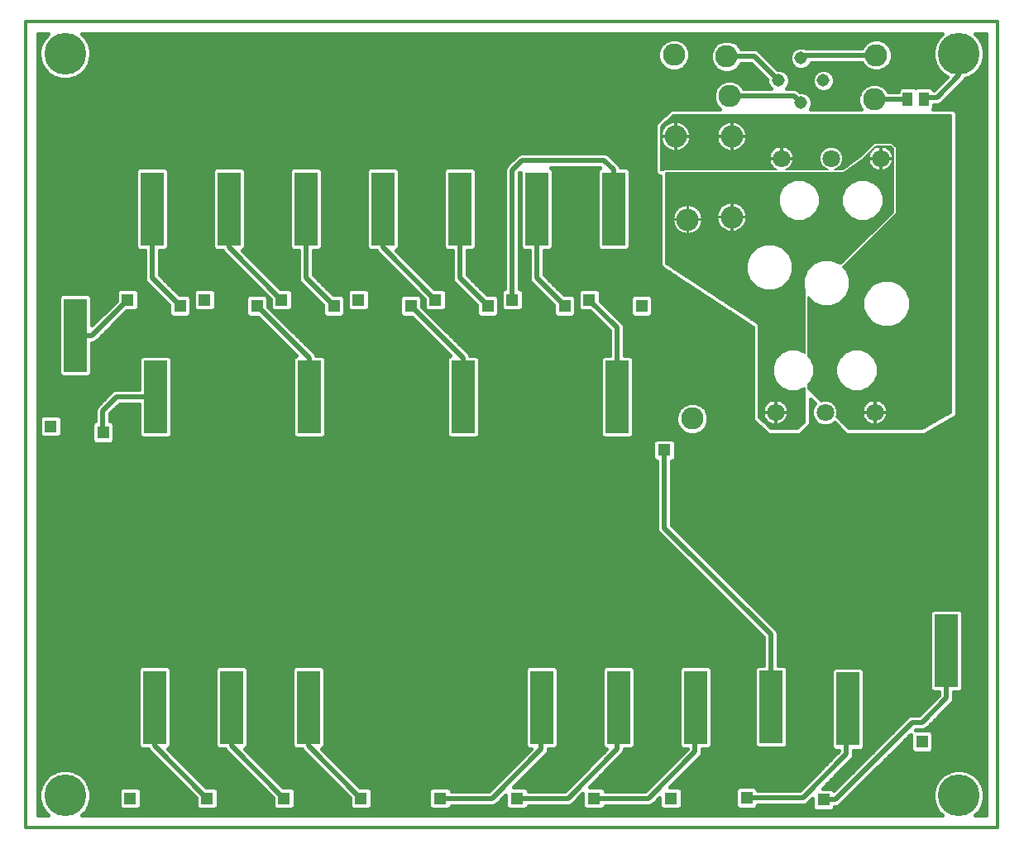
<source format=gtl>
G75*
%MOIN*%
%OFA0B0*%
%FSLAX25Y25*%
%IPPOS*%
%LPD*%
%AMOC8*
5,1,8,0,0,1.08239X$1,22.5*
%
%ADD10C,0.05150*%
%ADD11R,0.03937X0.05709*%
%ADD12R,0.09252X0.29528*%
%ADD13R,0.05150X0.05150*%
%ADD14R,0.29528X0.09252*%
%ADD15C,0.09000*%
%ADD16C,0.07087*%
%ADD17C,0.16835*%
%ADD18C,0.02000*%
%ADD19C,0.01600*%
%ADD20C,0.03000*%
%ADD21C,0.01200*%
%ADD22C,0.00600*%
D10*
X0344124Y0333906D03*
X0335093Y0342934D03*
X0344124Y0351961D03*
X0353156Y0342934D03*
D11*
X0387178Y0335517D03*
X0393635Y0335517D03*
D12*
X0268627Y0291186D03*
X0237627Y0291186D03*
X0206627Y0291186D03*
X0175627Y0291186D03*
X0144627Y0291186D03*
X0113627Y0291186D03*
X0082627Y0291186D03*
X0051627Y0240186D03*
X0084068Y0215414D03*
X0115068Y0215414D03*
X0146068Y0215414D03*
X0177068Y0215414D03*
X0208068Y0215414D03*
X0239068Y0215414D03*
X0270068Y0215414D03*
X0402800Y0113083D03*
X0363099Y0089595D03*
X0332099Y0090398D03*
X0301603Y0090186D03*
X0270603Y0090186D03*
X0239603Y0090186D03*
X0208603Y0090186D03*
X0176627Y0090186D03*
X0145627Y0090186D03*
X0114627Y0090186D03*
X0083627Y0090186D03*
X0053068Y0164414D03*
D13*
X0062910Y0201068D03*
X0041784Y0203532D03*
X0093910Y0252068D03*
X0103784Y0254532D03*
X0124910Y0252068D03*
X0134784Y0254532D03*
X0155910Y0252068D03*
X0165784Y0254532D03*
X0186910Y0252068D03*
X0196784Y0254532D03*
X0217910Y0252068D03*
X0227784Y0254532D03*
X0248910Y0252068D03*
X0258784Y0254532D03*
X0279910Y0252068D03*
X0289052Y0193934D03*
X0392957Y0076430D03*
X0353257Y0052942D03*
X0322257Y0053745D03*
X0291761Y0053532D03*
X0260761Y0053532D03*
X0229761Y0053532D03*
X0198761Y0053532D03*
X0166784Y0053532D03*
X0135784Y0053532D03*
X0104784Y0053532D03*
X0073784Y0053532D03*
X0072784Y0254532D03*
D14*
X0325706Y0184091D03*
D15*
X0300367Y0206587D03*
X0298532Y0286879D03*
X0316249Y0287863D03*
X0316249Y0320343D03*
X0315383Y0336580D03*
X0293611Y0320343D03*
X0292934Y0353304D03*
X0314194Y0352706D03*
X0374517Y0353083D03*
X0373658Y0335296D03*
D16*
X0376288Y0311485D03*
X0356288Y0311485D03*
X0336288Y0311485D03*
X0333965Y0209123D03*
X0353965Y0209123D03*
X0373965Y0209123D03*
D17*
X0407784Y0353808D03*
X0407784Y0054595D03*
X0047548Y0054595D03*
X0047548Y0353808D03*
D18*
X0082627Y0291186D02*
X0082627Y0263351D01*
X0093910Y0252068D01*
X0072784Y0254532D02*
X0058438Y0240186D01*
X0051627Y0240186D01*
X0068461Y0215414D02*
X0062847Y0209800D01*
X0062847Y0201131D01*
X0062910Y0201068D01*
X0068461Y0215414D02*
X0084068Y0215414D01*
X0124910Y0252068D02*
X0146068Y0230910D01*
X0146068Y0215414D01*
X0155910Y0252068D02*
X0144627Y0263351D01*
X0144627Y0291186D01*
X0175627Y0291186D02*
X0175627Y0275690D01*
X0196784Y0254532D01*
X0186910Y0252068D02*
X0208068Y0230910D01*
X0208068Y0215414D01*
X0217910Y0252068D02*
X0206627Y0263351D01*
X0206627Y0291186D01*
X0227847Y0306800D02*
X0231847Y0310800D01*
X0264847Y0310800D01*
X0268627Y0307020D01*
X0268627Y0291186D01*
X0237627Y0291186D02*
X0237627Y0263351D01*
X0248910Y0252068D01*
X0258784Y0254532D02*
X0270068Y0243249D01*
X0270068Y0215414D01*
X0289052Y0193934D02*
X0289052Y0162501D01*
X0331997Y0119556D01*
X0331997Y0090501D01*
X0332099Y0090398D01*
X0301603Y0090186D02*
X0301485Y0090068D01*
X0301485Y0072312D01*
X0282706Y0053532D01*
X0260761Y0053532D01*
X0250225Y0053532D02*
X0229761Y0053532D01*
X0219713Y0053532D02*
X0198761Y0053532D01*
X0219713Y0053532D02*
X0239477Y0073296D01*
X0239477Y0090060D01*
X0239603Y0090186D01*
X0269989Y0089572D02*
X0269989Y0073296D01*
X0250225Y0053532D01*
X0269989Y0089572D02*
X0270603Y0090186D01*
X0322257Y0053745D02*
X0344926Y0053745D01*
X0362509Y0071328D01*
X0362509Y0089005D01*
X0363099Y0089595D01*
X0389083Y0084123D02*
X0357902Y0052942D01*
X0353257Y0052942D01*
X0389083Y0084123D02*
X0393020Y0084123D01*
X0402863Y0093965D01*
X0402863Y0113020D01*
X0402800Y0113083D01*
X0227847Y0254595D02*
X0227784Y0254532D01*
X0227847Y0254595D02*
X0227847Y0306800D01*
X0315383Y0336580D02*
X0341451Y0336580D01*
X0344124Y0333906D01*
X0335093Y0342934D02*
X0325321Y0352706D01*
X0314194Y0352706D01*
X0344124Y0351961D02*
X0345246Y0353083D01*
X0374517Y0353083D01*
X0373658Y0335296D02*
X0386957Y0335296D01*
X0387178Y0335517D01*
X0393635Y0335517D02*
X0394209Y0336091D01*
X0398926Y0336091D01*
X0407784Y0344950D01*
X0407784Y0353808D01*
X0134784Y0254532D02*
X0113627Y0275690D01*
X0113627Y0291186D01*
X0114627Y0090186D02*
X0114627Y0074690D01*
X0135784Y0053532D01*
X0145627Y0074690D02*
X0166784Y0053532D01*
X0145627Y0074690D02*
X0145627Y0090186D01*
X0104784Y0053532D02*
X0083627Y0074690D01*
X0083627Y0090186D01*
D19*
X0090253Y0089755D02*
X0108001Y0089755D01*
X0108001Y0088157D02*
X0090253Y0088157D01*
X0090253Y0086558D02*
X0108001Y0086558D01*
X0108001Y0084960D02*
X0090253Y0084960D01*
X0090253Y0083361D02*
X0108001Y0083361D01*
X0108001Y0081763D02*
X0090253Y0081763D01*
X0090253Y0080164D02*
X0108001Y0080164D01*
X0108001Y0078566D02*
X0090253Y0078566D01*
X0090253Y0076967D02*
X0108001Y0076967D01*
X0108001Y0075369D02*
X0090253Y0075369D01*
X0090253Y0074594D02*
X0090253Y0105778D01*
X0089081Y0106950D01*
X0078172Y0106950D01*
X0077001Y0105778D01*
X0077001Y0074594D01*
X0078172Y0073422D01*
X0080905Y0073422D01*
X0081083Y0072990D01*
X0100209Y0053864D01*
X0100209Y0050129D01*
X0101381Y0048957D01*
X0108187Y0048957D01*
X0109359Y0050129D01*
X0109359Y0056936D01*
X0108187Y0058107D01*
X0104452Y0058107D01*
X0089109Y0073450D01*
X0090253Y0074594D01*
X0089429Y0073770D02*
X0108824Y0073770D01*
X0109172Y0073422D02*
X0108001Y0074594D01*
X0108001Y0105778D01*
X0109172Y0106950D01*
X0120081Y0106950D01*
X0121253Y0105778D01*
X0121253Y0074594D01*
X0120109Y0073450D01*
X0135452Y0058107D01*
X0139187Y0058107D01*
X0140359Y0056936D01*
X0140359Y0050129D01*
X0139187Y0048957D01*
X0132381Y0048957D01*
X0131209Y0050129D01*
X0131209Y0053864D01*
X0112083Y0072990D01*
X0111905Y0073422D01*
X0109172Y0073422D01*
X0112902Y0072172D02*
X0090387Y0072172D01*
X0091986Y0070573D02*
X0114501Y0070573D01*
X0116099Y0068975D02*
X0093584Y0068975D01*
X0095183Y0067376D02*
X0117698Y0067376D01*
X0119296Y0065778D02*
X0096781Y0065778D01*
X0098380Y0064179D02*
X0120895Y0064179D01*
X0122493Y0062581D02*
X0099979Y0062581D01*
X0101577Y0060982D02*
X0124092Y0060982D01*
X0125690Y0059384D02*
X0103176Y0059384D01*
X0108509Y0057785D02*
X0127289Y0057785D01*
X0128887Y0056187D02*
X0109359Y0056187D01*
X0109359Y0054588D02*
X0130486Y0054588D01*
X0131209Y0052990D02*
X0109359Y0052990D01*
X0109359Y0051391D02*
X0131209Y0051391D01*
X0131546Y0049793D02*
X0109023Y0049793D01*
X0100546Y0049793D02*
X0078023Y0049793D01*
X0078359Y0050129D02*
X0078359Y0056936D01*
X0077187Y0058107D01*
X0070381Y0058107D01*
X0069209Y0056936D01*
X0069209Y0050129D01*
X0070381Y0048957D01*
X0077187Y0048957D01*
X0078359Y0050129D01*
X0078359Y0051391D02*
X0100209Y0051391D01*
X0100209Y0052990D02*
X0078359Y0052990D01*
X0078359Y0054588D02*
X0099486Y0054588D01*
X0097887Y0056187D02*
X0078359Y0056187D01*
X0077509Y0057785D02*
X0096289Y0057785D01*
X0094690Y0059384D02*
X0056812Y0059384D01*
X0057255Y0058616D02*
X0055884Y0060992D01*
X0053944Y0062931D01*
X0051569Y0064303D01*
X0048920Y0065013D01*
X0046177Y0065013D01*
X0043527Y0064303D01*
X0041152Y0062931D01*
X0039212Y0060992D01*
X0037841Y0058616D01*
X0037131Y0055967D01*
X0037131Y0053224D01*
X0037841Y0050574D01*
X0039212Y0048199D01*
X0040811Y0046600D01*
X0036600Y0046600D01*
X0036600Y0361803D01*
X0040811Y0361803D01*
X0039212Y0360204D01*
X0037841Y0357829D01*
X0037131Y0355179D01*
X0037131Y0352436D01*
X0037841Y0349787D01*
X0039212Y0347411D01*
X0041152Y0345472D01*
X0043527Y0344100D01*
X0046177Y0343391D01*
X0048920Y0343391D01*
X0051569Y0344100D01*
X0053944Y0345472D01*
X0055884Y0347411D01*
X0057255Y0349787D01*
X0057965Y0352436D01*
X0057965Y0355179D01*
X0057255Y0357829D01*
X0055884Y0360204D01*
X0054285Y0361803D01*
X0401047Y0361803D01*
X0399448Y0360204D01*
X0398077Y0357829D01*
X0397367Y0355179D01*
X0397367Y0352436D01*
X0398077Y0349787D01*
X0399448Y0347411D01*
X0401388Y0345472D01*
X0403084Y0344492D01*
X0397683Y0339091D01*
X0397603Y0339091D01*
X0397603Y0339199D01*
X0396432Y0340371D01*
X0390838Y0340371D01*
X0390406Y0339939D01*
X0389975Y0340371D01*
X0384381Y0340371D01*
X0383209Y0339199D01*
X0383209Y0338296D01*
X0379451Y0338296D01*
X0379169Y0338978D01*
X0377340Y0340806D01*
X0374951Y0341796D01*
X0372365Y0341796D01*
X0369976Y0340806D01*
X0368148Y0338978D01*
X0367158Y0336589D01*
X0367158Y0334003D01*
X0368148Y0331614D01*
X0368260Y0331502D01*
X0348080Y0331502D01*
X0348699Y0332996D01*
X0348699Y0334816D01*
X0348003Y0336498D01*
X0346716Y0337785D01*
X0345034Y0338481D01*
X0343792Y0338481D01*
X0343151Y0339123D01*
X0342048Y0339580D01*
X0338208Y0339580D01*
X0338971Y0340342D01*
X0339668Y0342024D01*
X0339668Y0343844D01*
X0338971Y0345525D01*
X0337684Y0346812D01*
X0336003Y0347509D01*
X0334761Y0347509D01*
X0327865Y0354405D01*
X0327021Y0355249D01*
X0325918Y0355705D01*
X0319987Y0355705D01*
X0319704Y0356387D01*
X0317876Y0358216D01*
X0315487Y0359205D01*
X0312901Y0359205D01*
X0310512Y0358216D01*
X0308683Y0356387D01*
X0307694Y0353998D01*
X0307694Y0351413D01*
X0308683Y0349024D01*
X0310512Y0347195D01*
X0312901Y0346206D01*
X0315487Y0346206D01*
X0317876Y0347195D01*
X0319704Y0349024D01*
X0319987Y0349706D01*
X0324079Y0349706D01*
X0330518Y0343266D01*
X0330518Y0342024D01*
X0331215Y0340342D01*
X0331978Y0339580D01*
X0321176Y0339580D01*
X0320893Y0340261D01*
X0319065Y0342090D01*
X0316676Y0343080D01*
X0314090Y0343080D01*
X0311701Y0342090D01*
X0309872Y0340261D01*
X0308883Y0337872D01*
X0308883Y0335287D01*
X0309872Y0332898D01*
X0311268Y0331502D01*
X0291674Y0331502D01*
X0286753Y0326580D01*
X0285406Y0325233D01*
X0285406Y0305611D01*
X0286753Y0304264D01*
X0287374Y0304264D01*
X0287374Y0269851D01*
X0287229Y0269630D01*
X0287374Y0268927D01*
X0287374Y0268210D01*
X0287561Y0268023D01*
X0287614Y0267764D01*
X0288214Y0267370D01*
X0288721Y0266862D01*
X0288985Y0266862D01*
X0324776Y0243316D01*
X0324776Y0206202D01*
X0326123Y0204854D01*
X0331044Y0199933D01*
X0343776Y0199933D01*
X0348076Y0204233D01*
X0348076Y0214397D01*
X0349738Y0212735D01*
X0349266Y0212263D01*
X0348422Y0210225D01*
X0348422Y0208020D01*
X0349266Y0205983D01*
X0350825Y0204423D01*
X0352863Y0203580D01*
X0355068Y0203580D01*
X0357105Y0204423D01*
X0357578Y0204896D01*
X0361193Y0201280D01*
X0362540Y0199933D01*
X0392723Y0199933D01*
X0393356Y0199766D01*
X0393642Y0199933D01*
X0393973Y0199933D01*
X0394436Y0200396D01*
X0405453Y0206823D01*
X0405784Y0206823D01*
X0406247Y0207286D01*
X0406813Y0207616D01*
X0406898Y0207936D01*
X0407131Y0208170D01*
X0407131Y0208825D01*
X0407298Y0209459D01*
X0407131Y0209745D01*
X0407131Y0330154D01*
X0405784Y0331502D01*
X0397271Y0331502D01*
X0397603Y0331834D01*
X0397603Y0333091D01*
X0399523Y0333091D01*
X0400625Y0333548D01*
X0409484Y0342406D01*
X0410328Y0343250D01*
X0410539Y0343761D01*
X0411805Y0344100D01*
X0414181Y0345472D01*
X0416120Y0347411D01*
X0417492Y0349787D01*
X0418202Y0352436D01*
X0418202Y0355179D01*
X0417492Y0357829D01*
X0416120Y0360204D01*
X0414521Y0361803D01*
X0418732Y0361803D01*
X0418732Y0046600D01*
X0414521Y0046600D01*
X0416120Y0048199D01*
X0417492Y0050574D01*
X0418202Y0053224D01*
X0418202Y0055967D01*
X0417492Y0058616D01*
X0416120Y0060992D01*
X0414181Y0062931D01*
X0411805Y0064303D01*
X0409156Y0065013D01*
X0406413Y0065013D01*
X0403763Y0064303D01*
X0401388Y0062931D01*
X0399448Y0060992D01*
X0398077Y0058616D01*
X0397367Y0055967D01*
X0397367Y0053224D01*
X0398077Y0050574D01*
X0399448Y0048199D01*
X0401047Y0046600D01*
X0054285Y0046600D01*
X0055884Y0048199D01*
X0057255Y0050574D01*
X0057965Y0053224D01*
X0057965Y0055967D01*
X0057255Y0058616D01*
X0057478Y0057785D02*
X0070059Y0057785D01*
X0069209Y0056187D02*
X0057906Y0056187D01*
X0057965Y0054588D02*
X0069209Y0054588D01*
X0069209Y0052990D02*
X0057903Y0052990D01*
X0057474Y0051391D02*
X0069209Y0051391D01*
X0069546Y0049793D02*
X0056804Y0049793D01*
X0055879Y0048194D02*
X0399453Y0048194D01*
X0398528Y0049793D02*
X0357831Y0049793D01*
X0357831Y0049942D02*
X0358499Y0049942D01*
X0359602Y0050398D01*
X0360446Y0051242D01*
X0388383Y0079179D01*
X0388383Y0073027D01*
X0389554Y0071855D01*
X0396361Y0071855D01*
X0397532Y0073027D01*
X0397532Y0079833D01*
X0396361Y0081005D01*
X0390208Y0081005D01*
X0390326Y0081123D01*
X0393617Y0081123D01*
X0394720Y0081580D01*
X0395564Y0082423D01*
X0405406Y0092266D01*
X0405863Y0093369D01*
X0405863Y0096320D01*
X0408254Y0096320D01*
X0409426Y0097491D01*
X0409426Y0128676D01*
X0408254Y0129847D01*
X0397346Y0129847D01*
X0396174Y0128676D01*
X0396174Y0097491D01*
X0397346Y0096320D01*
X0399863Y0096320D01*
X0399863Y0095208D01*
X0391778Y0087123D01*
X0388487Y0087123D01*
X0387384Y0086666D01*
X0357447Y0056729D01*
X0356660Y0057517D01*
X0352940Y0057517D01*
X0365052Y0069628D01*
X0365509Y0070731D01*
X0365509Y0072831D01*
X0368554Y0072831D01*
X0369725Y0074003D01*
X0369725Y0105187D01*
X0368554Y0106359D01*
X0357645Y0106359D01*
X0356473Y0105187D01*
X0356473Y0074003D01*
X0357645Y0072831D01*
X0359509Y0072831D01*
X0359509Y0072570D01*
X0343683Y0056745D01*
X0326831Y0056745D01*
X0326831Y0057148D01*
X0325660Y0058320D01*
X0318853Y0058320D01*
X0317682Y0057148D01*
X0317682Y0050342D01*
X0318853Y0049170D01*
X0325660Y0049170D01*
X0326831Y0050342D01*
X0326831Y0050745D01*
X0345523Y0050745D01*
X0346625Y0051202D01*
X0347469Y0052046D01*
X0348682Y0053258D01*
X0348682Y0049538D01*
X0349853Y0048367D01*
X0356660Y0048367D01*
X0357831Y0049538D01*
X0357831Y0049942D01*
X0360594Y0051391D02*
X0397858Y0051391D01*
X0397430Y0052990D02*
X0362193Y0052990D01*
X0363791Y0054588D02*
X0397367Y0054588D01*
X0397426Y0056187D02*
X0365390Y0056187D01*
X0366988Y0057785D02*
X0397854Y0057785D01*
X0398520Y0059384D02*
X0368587Y0059384D01*
X0370185Y0060982D02*
X0399443Y0060982D01*
X0401037Y0062581D02*
X0371784Y0062581D01*
X0373382Y0064179D02*
X0403549Y0064179D01*
X0412019Y0064179D02*
X0418732Y0064179D01*
X0418732Y0062581D02*
X0414531Y0062581D01*
X0416126Y0060982D02*
X0418732Y0060982D01*
X0418732Y0059384D02*
X0417049Y0059384D01*
X0417714Y0057785D02*
X0418732Y0057785D01*
X0418732Y0056187D02*
X0418143Y0056187D01*
X0418202Y0054588D02*
X0418732Y0054588D01*
X0418732Y0052990D02*
X0418139Y0052990D01*
X0417710Y0051391D02*
X0418732Y0051391D01*
X0418732Y0049793D02*
X0417040Y0049793D01*
X0416115Y0048194D02*
X0418732Y0048194D01*
X0418732Y0065778D02*
X0374981Y0065778D01*
X0376579Y0067376D02*
X0418732Y0067376D01*
X0418732Y0068975D02*
X0378178Y0068975D01*
X0379776Y0070573D02*
X0418732Y0070573D01*
X0418732Y0072172D02*
X0396677Y0072172D01*
X0397532Y0073770D02*
X0418732Y0073770D01*
X0418732Y0075369D02*
X0397532Y0075369D01*
X0397532Y0076967D02*
X0418732Y0076967D01*
X0418732Y0078566D02*
X0397532Y0078566D01*
X0397201Y0080164D02*
X0418732Y0080164D01*
X0418732Y0081763D02*
X0394903Y0081763D01*
X0396502Y0083361D02*
X0418732Y0083361D01*
X0418732Y0084960D02*
X0398100Y0084960D01*
X0399699Y0086558D02*
X0418732Y0086558D01*
X0418732Y0088157D02*
X0401297Y0088157D01*
X0402896Y0089755D02*
X0418732Y0089755D01*
X0418732Y0091354D02*
X0404494Y0091354D01*
X0405691Y0092952D02*
X0418732Y0092952D01*
X0418732Y0094551D02*
X0405863Y0094551D01*
X0405863Y0096149D02*
X0418732Y0096149D01*
X0418732Y0097748D02*
X0409426Y0097748D01*
X0409426Y0099346D02*
X0418732Y0099346D01*
X0418732Y0100945D02*
X0409426Y0100945D01*
X0409426Y0102543D02*
X0418732Y0102543D01*
X0418732Y0104142D02*
X0409426Y0104142D01*
X0409426Y0105740D02*
X0418732Y0105740D01*
X0418732Y0107339D02*
X0409426Y0107339D01*
X0409426Y0108937D02*
X0418732Y0108937D01*
X0418732Y0110536D02*
X0409426Y0110536D01*
X0409426Y0112134D02*
X0418732Y0112134D01*
X0418732Y0113733D02*
X0409426Y0113733D01*
X0409426Y0115332D02*
X0418732Y0115332D01*
X0418732Y0116930D02*
X0409426Y0116930D01*
X0409426Y0118529D02*
X0418732Y0118529D01*
X0418732Y0120127D02*
X0409426Y0120127D01*
X0409426Y0121726D02*
X0418732Y0121726D01*
X0418732Y0123324D02*
X0409426Y0123324D01*
X0409426Y0124923D02*
X0418732Y0124923D01*
X0418732Y0126521D02*
X0409426Y0126521D01*
X0409426Y0128120D02*
X0418732Y0128120D01*
X0418732Y0129718D02*
X0408384Y0129718D01*
X0418732Y0131317D02*
X0324479Y0131317D01*
X0322880Y0132915D02*
X0418732Y0132915D01*
X0418732Y0134514D02*
X0321282Y0134514D01*
X0319683Y0136112D02*
X0418732Y0136112D01*
X0418732Y0137711D02*
X0318085Y0137711D01*
X0316486Y0139309D02*
X0418732Y0139309D01*
X0418732Y0140908D02*
X0314888Y0140908D01*
X0313289Y0142506D02*
X0418732Y0142506D01*
X0418732Y0144105D02*
X0311691Y0144105D01*
X0310092Y0145703D02*
X0418732Y0145703D01*
X0418732Y0147302D02*
X0308494Y0147302D01*
X0306895Y0148900D02*
X0418732Y0148900D01*
X0418732Y0150499D02*
X0305297Y0150499D01*
X0303698Y0152097D02*
X0418732Y0152097D01*
X0418732Y0153696D02*
X0302100Y0153696D01*
X0300501Y0155294D02*
X0418732Y0155294D01*
X0418732Y0156893D02*
X0298903Y0156893D01*
X0297304Y0158491D02*
X0418732Y0158491D01*
X0418732Y0160090D02*
X0295706Y0160090D01*
X0294107Y0161688D02*
X0418732Y0161688D01*
X0418732Y0163287D02*
X0292509Y0163287D01*
X0292052Y0163743D02*
X0292052Y0189359D01*
X0292455Y0189359D01*
X0293627Y0190531D01*
X0293627Y0197337D01*
X0292455Y0198509D01*
X0285649Y0198509D01*
X0284477Y0197337D01*
X0284477Y0190531D01*
X0285649Y0189359D01*
X0286052Y0189359D01*
X0286052Y0161904D01*
X0286509Y0160801D01*
X0287353Y0159958D01*
X0328997Y0118313D01*
X0328997Y0107162D01*
X0326645Y0107162D01*
X0325473Y0105991D01*
X0325473Y0074806D01*
X0326645Y0073635D01*
X0337554Y0073635D01*
X0338725Y0074806D01*
X0338725Y0105991D01*
X0337554Y0107162D01*
X0334997Y0107162D01*
X0334997Y0120153D01*
X0334540Y0121255D01*
X0292052Y0163743D01*
X0292052Y0164885D02*
X0418732Y0164885D01*
X0418732Y0166484D02*
X0292052Y0166484D01*
X0292052Y0168082D02*
X0418732Y0168082D01*
X0418732Y0169681D02*
X0292052Y0169681D01*
X0292052Y0171279D02*
X0418732Y0171279D01*
X0418732Y0172878D02*
X0292052Y0172878D01*
X0292052Y0174476D02*
X0418732Y0174476D01*
X0418732Y0176075D02*
X0292052Y0176075D01*
X0292052Y0177673D02*
X0418732Y0177673D01*
X0418732Y0179272D02*
X0292052Y0179272D01*
X0292052Y0180870D02*
X0418732Y0180870D01*
X0418732Y0182469D02*
X0292052Y0182469D01*
X0292052Y0184068D02*
X0418732Y0184068D01*
X0418732Y0185666D02*
X0292052Y0185666D01*
X0292052Y0187265D02*
X0418732Y0187265D01*
X0418732Y0188863D02*
X0292052Y0188863D01*
X0293558Y0190462D02*
X0418732Y0190462D01*
X0418732Y0192060D02*
X0293627Y0192060D01*
X0293627Y0193659D02*
X0418732Y0193659D01*
X0418732Y0195257D02*
X0293627Y0195257D01*
X0293627Y0196856D02*
X0418732Y0196856D01*
X0418732Y0198454D02*
X0292510Y0198454D01*
X0296111Y0201651D02*
X0276694Y0201651D01*
X0276694Y0200053D02*
X0330925Y0200053D01*
X0329326Y0201651D02*
X0304623Y0201651D01*
X0304049Y0201077D02*
X0305877Y0202905D01*
X0306867Y0205294D01*
X0306867Y0207880D01*
X0305877Y0210269D01*
X0304049Y0212098D01*
X0301660Y0213087D01*
X0299074Y0213087D01*
X0296685Y0212098D01*
X0294856Y0210269D01*
X0293867Y0207880D01*
X0293867Y0205294D01*
X0294856Y0202905D01*
X0296685Y0201077D01*
X0299074Y0200087D01*
X0301660Y0200087D01*
X0304049Y0201077D01*
X0306020Y0203250D02*
X0327728Y0203250D01*
X0326129Y0204848D02*
X0306682Y0204848D01*
X0306867Y0206447D02*
X0324776Y0206447D01*
X0324776Y0208045D02*
X0306799Y0208045D01*
X0306137Y0209644D02*
X0324776Y0209644D01*
X0324776Y0211242D02*
X0304905Y0211242D01*
X0302255Y0212841D02*
X0324776Y0212841D01*
X0324776Y0214439D02*
X0276694Y0214439D01*
X0276694Y0212841D02*
X0298478Y0212841D01*
X0295829Y0211242D02*
X0276694Y0211242D01*
X0276694Y0209644D02*
X0294597Y0209644D01*
X0293935Y0208045D02*
X0276694Y0208045D01*
X0276694Y0206447D02*
X0293867Y0206447D01*
X0294052Y0204848D02*
X0276694Y0204848D01*
X0276694Y0203250D02*
X0294714Y0203250D01*
X0285594Y0198454D02*
X0067485Y0198454D01*
X0067485Y0197664D02*
X0067485Y0204471D01*
X0066313Y0205643D01*
X0065847Y0205643D01*
X0065847Y0208557D01*
X0069704Y0212414D01*
X0077442Y0212414D01*
X0077442Y0199822D01*
X0078613Y0198650D01*
X0089522Y0198650D01*
X0090694Y0199822D01*
X0090694Y0231006D01*
X0089522Y0232178D01*
X0078613Y0232178D01*
X0077442Y0231006D01*
X0077442Y0218414D01*
X0067865Y0218414D01*
X0066762Y0217957D01*
X0061148Y0212343D01*
X0060304Y0211499D01*
X0059847Y0210397D01*
X0059847Y0205643D01*
X0059507Y0205643D01*
X0058335Y0204471D01*
X0058335Y0197664D01*
X0059507Y0196493D01*
X0066313Y0196493D01*
X0067485Y0197664D01*
X0066676Y0196856D02*
X0284477Y0196856D01*
X0284477Y0195257D02*
X0036600Y0195257D01*
X0036600Y0193659D02*
X0284477Y0193659D01*
X0284477Y0192060D02*
X0036600Y0192060D01*
X0036600Y0190462D02*
X0284546Y0190462D01*
X0286052Y0188863D02*
X0036600Y0188863D01*
X0036600Y0187265D02*
X0286052Y0187265D01*
X0286052Y0185666D02*
X0036600Y0185666D01*
X0036600Y0184068D02*
X0286052Y0184068D01*
X0286052Y0182469D02*
X0036600Y0182469D01*
X0036600Y0180870D02*
X0286052Y0180870D01*
X0286052Y0179272D02*
X0036600Y0179272D01*
X0036600Y0177673D02*
X0286052Y0177673D01*
X0286052Y0176075D02*
X0036600Y0176075D01*
X0036600Y0174476D02*
X0286052Y0174476D01*
X0286052Y0172878D02*
X0036600Y0172878D01*
X0036600Y0171279D02*
X0286052Y0171279D01*
X0286052Y0169681D02*
X0036600Y0169681D01*
X0036600Y0168082D02*
X0286052Y0168082D01*
X0286052Y0166484D02*
X0036600Y0166484D01*
X0036600Y0164885D02*
X0286052Y0164885D01*
X0286052Y0163287D02*
X0036600Y0163287D01*
X0036600Y0161688D02*
X0286141Y0161688D01*
X0287220Y0160090D02*
X0036600Y0160090D01*
X0036600Y0158491D02*
X0288819Y0158491D01*
X0290417Y0156893D02*
X0036600Y0156893D01*
X0036600Y0155294D02*
X0292016Y0155294D01*
X0293614Y0153696D02*
X0036600Y0153696D01*
X0036600Y0152097D02*
X0295213Y0152097D01*
X0296811Y0150499D02*
X0036600Y0150499D01*
X0036600Y0148900D02*
X0298410Y0148900D01*
X0300008Y0147302D02*
X0036600Y0147302D01*
X0036600Y0145703D02*
X0301607Y0145703D01*
X0303205Y0144105D02*
X0036600Y0144105D01*
X0036600Y0142506D02*
X0304804Y0142506D01*
X0306402Y0140908D02*
X0036600Y0140908D01*
X0036600Y0139309D02*
X0308001Y0139309D01*
X0309599Y0137711D02*
X0036600Y0137711D01*
X0036600Y0136112D02*
X0311198Y0136112D01*
X0312796Y0134514D02*
X0036600Y0134514D01*
X0036600Y0132915D02*
X0314395Y0132915D01*
X0315993Y0131317D02*
X0036600Y0131317D01*
X0036600Y0129718D02*
X0317592Y0129718D01*
X0319190Y0128120D02*
X0036600Y0128120D01*
X0036600Y0126521D02*
X0320789Y0126521D01*
X0322388Y0124923D02*
X0036600Y0124923D01*
X0036600Y0123324D02*
X0323986Y0123324D01*
X0325585Y0121726D02*
X0036600Y0121726D01*
X0036600Y0120127D02*
X0327183Y0120127D01*
X0328782Y0118529D02*
X0036600Y0118529D01*
X0036600Y0116930D02*
X0328997Y0116930D01*
X0328997Y0115332D02*
X0036600Y0115332D01*
X0036600Y0113733D02*
X0328997Y0113733D01*
X0328997Y0112134D02*
X0036600Y0112134D01*
X0036600Y0110536D02*
X0328997Y0110536D01*
X0328997Y0108937D02*
X0036600Y0108937D01*
X0036600Y0107339D02*
X0328997Y0107339D01*
X0325473Y0105740D02*
X0308229Y0105740D01*
X0308229Y0105778D02*
X0307058Y0106950D01*
X0296149Y0106950D01*
X0294977Y0105778D01*
X0294977Y0074594D01*
X0296149Y0073422D01*
X0298353Y0073422D01*
X0281463Y0056532D01*
X0265335Y0056532D01*
X0265335Y0056936D01*
X0264164Y0058107D01*
X0259043Y0058107D01*
X0272532Y0071597D01*
X0272989Y0072699D01*
X0272989Y0073422D01*
X0276058Y0073422D01*
X0277229Y0074594D01*
X0277229Y0105778D01*
X0276058Y0106950D01*
X0265149Y0106950D01*
X0263977Y0105778D01*
X0263977Y0074594D01*
X0265149Y0073422D01*
X0265872Y0073422D01*
X0248983Y0056532D01*
X0234335Y0056532D01*
X0234335Y0056936D01*
X0233164Y0058107D01*
X0228531Y0058107D01*
X0242020Y0071597D01*
X0242477Y0072699D01*
X0242477Y0073422D01*
X0245058Y0073422D01*
X0246229Y0074594D01*
X0246229Y0105778D01*
X0245058Y0106950D01*
X0234149Y0106950D01*
X0232977Y0105778D01*
X0232977Y0074594D01*
X0234149Y0073422D01*
X0235361Y0073422D01*
X0218471Y0056532D01*
X0203335Y0056532D01*
X0203335Y0056936D01*
X0202164Y0058107D01*
X0195357Y0058107D01*
X0194186Y0056936D01*
X0194186Y0050129D01*
X0195357Y0048957D01*
X0202164Y0048957D01*
X0203335Y0050129D01*
X0203335Y0050532D01*
X0220310Y0050532D01*
X0221413Y0050989D01*
X0222257Y0051833D01*
X0225186Y0054762D01*
X0225186Y0050129D01*
X0226357Y0048957D01*
X0233164Y0048957D01*
X0234335Y0050129D01*
X0234335Y0050532D01*
X0250822Y0050532D01*
X0251925Y0050989D01*
X0252768Y0051833D01*
X0256186Y0055250D01*
X0256186Y0050129D01*
X0257357Y0048957D01*
X0264164Y0048957D01*
X0265335Y0050129D01*
X0265335Y0050532D01*
X0283302Y0050532D01*
X0284405Y0050989D01*
X0285249Y0051833D01*
X0287186Y0053770D01*
X0287186Y0050129D01*
X0288357Y0048957D01*
X0295164Y0048957D01*
X0296335Y0050129D01*
X0296335Y0056936D01*
X0295164Y0058107D01*
X0291523Y0058107D01*
X0304028Y0070612D01*
X0304485Y0071715D01*
X0304485Y0073422D01*
X0307058Y0073422D01*
X0308229Y0074594D01*
X0308229Y0105778D01*
X0308229Y0104142D02*
X0325473Y0104142D01*
X0325473Y0102543D02*
X0308229Y0102543D01*
X0308229Y0100945D02*
X0325473Y0100945D01*
X0325473Y0099346D02*
X0308229Y0099346D01*
X0308229Y0097748D02*
X0325473Y0097748D01*
X0325473Y0096149D02*
X0308229Y0096149D01*
X0308229Y0094551D02*
X0325473Y0094551D01*
X0325473Y0092952D02*
X0308229Y0092952D01*
X0308229Y0091354D02*
X0325473Y0091354D01*
X0325473Y0089755D02*
X0308229Y0089755D01*
X0308229Y0088157D02*
X0325473Y0088157D01*
X0325473Y0086558D02*
X0308229Y0086558D01*
X0308229Y0084960D02*
X0325473Y0084960D01*
X0325473Y0083361D02*
X0308229Y0083361D01*
X0308229Y0081763D02*
X0325473Y0081763D01*
X0325473Y0080164D02*
X0308229Y0080164D01*
X0308229Y0078566D02*
X0325473Y0078566D01*
X0325473Y0076967D02*
X0308229Y0076967D01*
X0308229Y0075369D02*
X0325473Y0075369D01*
X0326509Y0073770D02*
X0307406Y0073770D01*
X0304485Y0072172D02*
X0359110Y0072172D01*
X0357512Y0070573D02*
X0303989Y0070573D01*
X0302391Y0068975D02*
X0355913Y0068975D01*
X0354315Y0067376D02*
X0300792Y0067376D01*
X0299194Y0065778D02*
X0352716Y0065778D01*
X0351118Y0064179D02*
X0297595Y0064179D01*
X0295997Y0062581D02*
X0349519Y0062581D01*
X0347921Y0060982D02*
X0294398Y0060982D01*
X0292799Y0059384D02*
X0346322Y0059384D01*
X0344724Y0057785D02*
X0326194Y0057785D01*
X0318319Y0057785D02*
X0295486Y0057785D01*
X0296335Y0056187D02*
X0317682Y0056187D01*
X0317682Y0054588D02*
X0296335Y0054588D01*
X0296335Y0052990D02*
X0317682Y0052990D01*
X0317682Y0051391D02*
X0296335Y0051391D01*
X0295999Y0049793D02*
X0318231Y0049793D01*
X0326282Y0049793D02*
X0348682Y0049793D01*
X0348682Y0051391D02*
X0346815Y0051391D01*
X0348413Y0052990D02*
X0348682Y0052990D01*
X0353209Y0057785D02*
X0358503Y0057785D01*
X0360102Y0059384D02*
X0354807Y0059384D01*
X0356406Y0060982D02*
X0361700Y0060982D01*
X0363299Y0062581D02*
X0358004Y0062581D01*
X0359603Y0064179D02*
X0364897Y0064179D01*
X0366496Y0065778D02*
X0361201Y0065778D01*
X0362800Y0067376D02*
X0368094Y0067376D01*
X0369693Y0068975D02*
X0364398Y0068975D01*
X0365443Y0070573D02*
X0371291Y0070573D01*
X0372890Y0072172D02*
X0365509Y0072172D01*
X0369492Y0073770D02*
X0374488Y0073770D01*
X0376087Y0075369D02*
X0369725Y0075369D01*
X0369725Y0076967D02*
X0377685Y0076967D01*
X0379284Y0078566D02*
X0369725Y0078566D01*
X0369725Y0080164D02*
X0380882Y0080164D01*
X0382481Y0081763D02*
X0369725Y0081763D01*
X0369725Y0083361D02*
X0384079Y0083361D01*
X0385678Y0084960D02*
X0369725Y0084960D01*
X0369725Y0086558D02*
X0387276Y0086558D01*
X0392812Y0088157D02*
X0369725Y0088157D01*
X0369725Y0089755D02*
X0394410Y0089755D01*
X0396009Y0091354D02*
X0369725Y0091354D01*
X0369725Y0092952D02*
X0397607Y0092952D01*
X0399206Y0094551D02*
X0369725Y0094551D01*
X0369725Y0096149D02*
X0399863Y0096149D01*
X0396174Y0097748D02*
X0369725Y0097748D01*
X0369725Y0099346D02*
X0396174Y0099346D01*
X0396174Y0100945D02*
X0369725Y0100945D01*
X0369725Y0102543D02*
X0396174Y0102543D01*
X0396174Y0104142D02*
X0369725Y0104142D01*
X0369172Y0105740D02*
X0396174Y0105740D01*
X0396174Y0107339D02*
X0334997Y0107339D01*
X0334997Y0108937D02*
X0396174Y0108937D01*
X0396174Y0110536D02*
X0334997Y0110536D01*
X0334997Y0112134D02*
X0396174Y0112134D01*
X0396174Y0113733D02*
X0334997Y0113733D01*
X0334997Y0115332D02*
X0396174Y0115332D01*
X0396174Y0116930D02*
X0334997Y0116930D01*
X0334997Y0118529D02*
X0396174Y0118529D01*
X0396174Y0120127D02*
X0334997Y0120127D01*
X0334070Y0121726D02*
X0396174Y0121726D01*
X0396174Y0123324D02*
X0332471Y0123324D01*
X0330873Y0124923D02*
X0396174Y0124923D01*
X0396174Y0126521D02*
X0329274Y0126521D01*
X0327676Y0128120D02*
X0396174Y0128120D01*
X0397216Y0129718D02*
X0326077Y0129718D01*
X0338725Y0105740D02*
X0357026Y0105740D01*
X0356473Y0104142D02*
X0338725Y0104142D01*
X0338725Y0102543D02*
X0356473Y0102543D01*
X0356473Y0100945D02*
X0338725Y0100945D01*
X0338725Y0099346D02*
X0356473Y0099346D01*
X0356473Y0097748D02*
X0338725Y0097748D01*
X0338725Y0096149D02*
X0356473Y0096149D01*
X0356473Y0094551D02*
X0338725Y0094551D01*
X0338725Y0092952D02*
X0356473Y0092952D01*
X0356473Y0091354D02*
X0338725Y0091354D01*
X0338725Y0089755D02*
X0356473Y0089755D01*
X0356473Y0088157D02*
X0338725Y0088157D01*
X0338725Y0086558D02*
X0356473Y0086558D01*
X0356473Y0084960D02*
X0338725Y0084960D01*
X0338725Y0083361D02*
X0356473Y0083361D01*
X0356473Y0081763D02*
X0338725Y0081763D01*
X0338725Y0080164D02*
X0356473Y0080164D01*
X0356473Y0078566D02*
X0338725Y0078566D01*
X0338725Y0076967D02*
X0356473Y0076967D01*
X0356473Y0075369D02*
X0338725Y0075369D01*
X0337689Y0073770D02*
X0356706Y0073770D01*
X0381375Y0072172D02*
X0389238Y0072172D01*
X0388383Y0073770D02*
X0382973Y0073770D01*
X0384572Y0075369D02*
X0388383Y0075369D01*
X0388383Y0076967D02*
X0386171Y0076967D01*
X0387769Y0078566D02*
X0388383Y0078566D01*
X0297102Y0072172D02*
X0272770Y0072172D01*
X0271509Y0070573D02*
X0295504Y0070573D01*
X0293905Y0068975D02*
X0269910Y0068975D01*
X0268312Y0067376D02*
X0292307Y0067376D01*
X0290708Y0065778D02*
X0266713Y0065778D01*
X0265115Y0064179D02*
X0289110Y0064179D01*
X0287511Y0062581D02*
X0263516Y0062581D01*
X0261918Y0060982D02*
X0285913Y0060982D01*
X0284314Y0059384D02*
X0260319Y0059384D01*
X0264486Y0057785D02*
X0282716Y0057785D01*
X0286405Y0052990D02*
X0287186Y0052990D01*
X0287186Y0051391D02*
X0284807Y0051391D01*
X0287522Y0049793D02*
X0264999Y0049793D01*
X0256522Y0049793D02*
X0233999Y0049793D01*
X0233486Y0057785D02*
X0250235Y0057785D01*
X0251834Y0059384D02*
X0229807Y0059384D01*
X0231406Y0060982D02*
X0253432Y0060982D01*
X0255031Y0062581D02*
X0233004Y0062581D01*
X0234603Y0064179D02*
X0256629Y0064179D01*
X0258228Y0065778D02*
X0236201Y0065778D01*
X0237800Y0067376D02*
X0259826Y0067376D01*
X0261425Y0068975D02*
X0239398Y0068975D01*
X0240997Y0070573D02*
X0263023Y0070573D01*
X0264622Y0072172D02*
X0242259Y0072172D01*
X0245406Y0073770D02*
X0264801Y0073770D01*
X0263977Y0075369D02*
X0246229Y0075369D01*
X0246229Y0076967D02*
X0263977Y0076967D01*
X0263977Y0078566D02*
X0246229Y0078566D01*
X0246229Y0080164D02*
X0263977Y0080164D01*
X0263977Y0081763D02*
X0246229Y0081763D01*
X0246229Y0083361D02*
X0263977Y0083361D01*
X0263977Y0084960D02*
X0246229Y0084960D01*
X0246229Y0086558D02*
X0263977Y0086558D01*
X0263977Y0088157D02*
X0246229Y0088157D01*
X0246229Y0089755D02*
X0263977Y0089755D01*
X0263977Y0091354D02*
X0246229Y0091354D01*
X0246229Y0092952D02*
X0263977Y0092952D01*
X0263977Y0094551D02*
X0246229Y0094551D01*
X0246229Y0096149D02*
X0263977Y0096149D01*
X0263977Y0097748D02*
X0246229Y0097748D01*
X0246229Y0099346D02*
X0263977Y0099346D01*
X0263977Y0100945D02*
X0246229Y0100945D01*
X0246229Y0102543D02*
X0263977Y0102543D01*
X0263977Y0104142D02*
X0246229Y0104142D01*
X0246229Y0105740D02*
X0263977Y0105740D01*
X0277229Y0105740D02*
X0294977Y0105740D01*
X0294977Y0104142D02*
X0277229Y0104142D01*
X0277229Y0102543D02*
X0294977Y0102543D01*
X0294977Y0100945D02*
X0277229Y0100945D01*
X0277229Y0099346D02*
X0294977Y0099346D01*
X0294977Y0097748D02*
X0277229Y0097748D01*
X0277229Y0096149D02*
X0294977Y0096149D01*
X0294977Y0094551D02*
X0277229Y0094551D01*
X0277229Y0092952D02*
X0294977Y0092952D01*
X0294977Y0091354D02*
X0277229Y0091354D01*
X0277229Y0089755D02*
X0294977Y0089755D01*
X0294977Y0088157D02*
X0277229Y0088157D01*
X0277229Y0086558D02*
X0294977Y0086558D01*
X0294977Y0084960D02*
X0277229Y0084960D01*
X0277229Y0083361D02*
X0294977Y0083361D01*
X0294977Y0081763D02*
X0277229Y0081763D01*
X0277229Y0080164D02*
X0294977Y0080164D01*
X0294977Y0078566D02*
X0277229Y0078566D01*
X0277229Y0076967D02*
X0294977Y0076967D01*
X0294977Y0075369D02*
X0277229Y0075369D01*
X0276406Y0073770D02*
X0295801Y0073770D01*
X0256186Y0054588D02*
X0255524Y0054588D01*
X0256186Y0052990D02*
X0253925Y0052990D01*
X0252327Y0051391D02*
X0256186Y0051391D01*
X0234110Y0072172D02*
X0152387Y0072172D01*
X0151109Y0073450D02*
X0152253Y0074594D01*
X0152253Y0105778D01*
X0151081Y0106950D01*
X0140172Y0106950D01*
X0139001Y0105778D01*
X0139001Y0074594D01*
X0140172Y0073422D01*
X0142905Y0073422D01*
X0143083Y0072990D01*
X0162209Y0053864D01*
X0162209Y0050129D01*
X0163381Y0048957D01*
X0170187Y0048957D01*
X0171359Y0050129D01*
X0171359Y0056936D01*
X0170187Y0058107D01*
X0166452Y0058107D01*
X0151109Y0073450D01*
X0151429Y0073770D02*
X0233801Y0073770D01*
X0232977Y0075369D02*
X0152253Y0075369D01*
X0152253Y0076967D02*
X0232977Y0076967D01*
X0232977Y0078566D02*
X0152253Y0078566D01*
X0152253Y0080164D02*
X0232977Y0080164D01*
X0232977Y0081763D02*
X0152253Y0081763D01*
X0152253Y0083361D02*
X0232977Y0083361D01*
X0232977Y0084960D02*
X0152253Y0084960D01*
X0152253Y0086558D02*
X0232977Y0086558D01*
X0232977Y0088157D02*
X0152253Y0088157D01*
X0152253Y0089755D02*
X0232977Y0089755D01*
X0232977Y0091354D02*
X0152253Y0091354D01*
X0152253Y0092952D02*
X0232977Y0092952D01*
X0232977Y0094551D02*
X0152253Y0094551D01*
X0152253Y0096149D02*
X0232977Y0096149D01*
X0232977Y0097748D02*
X0152253Y0097748D01*
X0152253Y0099346D02*
X0232977Y0099346D01*
X0232977Y0100945D02*
X0152253Y0100945D01*
X0152253Y0102543D02*
X0232977Y0102543D01*
X0232977Y0104142D02*
X0152253Y0104142D01*
X0152253Y0105740D02*
X0232977Y0105740D01*
X0232512Y0070573D02*
X0153986Y0070573D01*
X0155584Y0068975D02*
X0230913Y0068975D01*
X0229315Y0067376D02*
X0157183Y0067376D01*
X0158781Y0065778D02*
X0227716Y0065778D01*
X0226118Y0064179D02*
X0160380Y0064179D01*
X0161979Y0062581D02*
X0224519Y0062581D01*
X0222921Y0060982D02*
X0163577Y0060982D01*
X0165176Y0059384D02*
X0221322Y0059384D01*
X0219724Y0057785D02*
X0202486Y0057785D01*
X0195035Y0057785D02*
X0170509Y0057785D01*
X0171359Y0056187D02*
X0194186Y0056187D01*
X0194186Y0054588D02*
X0171359Y0054588D01*
X0171359Y0052990D02*
X0194186Y0052990D01*
X0194186Y0051391D02*
X0171359Y0051391D01*
X0171023Y0049793D02*
X0194522Y0049793D01*
X0202999Y0049793D02*
X0225522Y0049793D01*
X0225186Y0051391D02*
X0221815Y0051391D01*
X0223413Y0052990D02*
X0225186Y0052990D01*
X0225186Y0054588D02*
X0225012Y0054588D01*
X0162546Y0049793D02*
X0140023Y0049793D01*
X0140359Y0051391D02*
X0162209Y0051391D01*
X0162209Y0052990D02*
X0140359Y0052990D01*
X0140359Y0054588D02*
X0161486Y0054588D01*
X0159887Y0056187D02*
X0140359Y0056187D01*
X0139509Y0057785D02*
X0158289Y0057785D01*
X0156690Y0059384D02*
X0134176Y0059384D01*
X0132577Y0060982D02*
X0155092Y0060982D01*
X0153493Y0062581D02*
X0130979Y0062581D01*
X0129380Y0064179D02*
X0151895Y0064179D01*
X0150296Y0065778D02*
X0127781Y0065778D01*
X0126183Y0067376D02*
X0148698Y0067376D01*
X0147099Y0068975D02*
X0124584Y0068975D01*
X0122986Y0070573D02*
X0145501Y0070573D01*
X0143902Y0072172D02*
X0121387Y0072172D01*
X0120429Y0073770D02*
X0139824Y0073770D01*
X0139001Y0075369D02*
X0121253Y0075369D01*
X0121253Y0076967D02*
X0139001Y0076967D01*
X0139001Y0078566D02*
X0121253Y0078566D01*
X0121253Y0080164D02*
X0139001Y0080164D01*
X0139001Y0081763D02*
X0121253Y0081763D01*
X0121253Y0083361D02*
X0139001Y0083361D01*
X0139001Y0084960D02*
X0121253Y0084960D01*
X0121253Y0086558D02*
X0139001Y0086558D01*
X0139001Y0088157D02*
X0121253Y0088157D01*
X0121253Y0089755D02*
X0139001Y0089755D01*
X0139001Y0091354D02*
X0121253Y0091354D01*
X0121253Y0092952D02*
X0139001Y0092952D01*
X0139001Y0094551D02*
X0121253Y0094551D01*
X0121253Y0096149D02*
X0139001Y0096149D01*
X0139001Y0097748D02*
X0121253Y0097748D01*
X0121253Y0099346D02*
X0139001Y0099346D01*
X0139001Y0100945D02*
X0121253Y0100945D01*
X0121253Y0102543D02*
X0139001Y0102543D01*
X0139001Y0104142D02*
X0121253Y0104142D01*
X0121253Y0105740D02*
X0139001Y0105740D01*
X0108001Y0105740D02*
X0090253Y0105740D01*
X0090253Y0104142D02*
X0108001Y0104142D01*
X0108001Y0102543D02*
X0090253Y0102543D01*
X0090253Y0100945D02*
X0108001Y0100945D01*
X0108001Y0099346D02*
X0090253Y0099346D01*
X0090253Y0097748D02*
X0108001Y0097748D01*
X0108001Y0096149D02*
X0090253Y0096149D01*
X0090253Y0094551D02*
X0108001Y0094551D01*
X0108001Y0092952D02*
X0090253Y0092952D01*
X0090253Y0091354D02*
X0108001Y0091354D01*
X0083501Y0070573D02*
X0036600Y0070573D01*
X0036600Y0068975D02*
X0085099Y0068975D01*
X0086698Y0067376D02*
X0036600Y0067376D01*
X0036600Y0065778D02*
X0088296Y0065778D01*
X0089895Y0064179D02*
X0051783Y0064179D01*
X0054295Y0062581D02*
X0091493Y0062581D01*
X0093092Y0060982D02*
X0055889Y0060982D01*
X0043313Y0064179D02*
X0036600Y0064179D01*
X0036600Y0062581D02*
X0040801Y0062581D01*
X0039207Y0060982D02*
X0036600Y0060982D01*
X0036600Y0059384D02*
X0038284Y0059384D01*
X0037618Y0057785D02*
X0036600Y0057785D01*
X0036600Y0056187D02*
X0037190Y0056187D01*
X0037131Y0054588D02*
X0036600Y0054588D01*
X0036600Y0052990D02*
X0037193Y0052990D01*
X0037622Y0051391D02*
X0036600Y0051391D01*
X0036600Y0049793D02*
X0038292Y0049793D01*
X0039217Y0048194D02*
X0036600Y0048194D01*
X0036600Y0072172D02*
X0081902Y0072172D01*
X0077824Y0073770D02*
X0036600Y0073770D01*
X0036600Y0075369D02*
X0077001Y0075369D01*
X0077001Y0076967D02*
X0036600Y0076967D01*
X0036600Y0078566D02*
X0077001Y0078566D01*
X0077001Y0080164D02*
X0036600Y0080164D01*
X0036600Y0081763D02*
X0077001Y0081763D01*
X0077001Y0083361D02*
X0036600Y0083361D01*
X0036600Y0084960D02*
X0077001Y0084960D01*
X0077001Y0086558D02*
X0036600Y0086558D01*
X0036600Y0088157D02*
X0077001Y0088157D01*
X0077001Y0089755D02*
X0036600Y0089755D01*
X0036600Y0091354D02*
X0077001Y0091354D01*
X0077001Y0092952D02*
X0036600Y0092952D01*
X0036600Y0094551D02*
X0077001Y0094551D01*
X0077001Y0096149D02*
X0036600Y0096149D01*
X0036600Y0097748D02*
X0077001Y0097748D01*
X0077001Y0099346D02*
X0036600Y0099346D01*
X0036600Y0100945D02*
X0077001Y0100945D01*
X0077001Y0102543D02*
X0036600Y0102543D01*
X0036600Y0104142D02*
X0077001Y0104142D01*
X0077001Y0105740D02*
X0036600Y0105740D01*
X0036600Y0196856D02*
X0059144Y0196856D01*
X0058335Y0198454D02*
X0036600Y0198454D01*
X0036600Y0200053D02*
X0037286Y0200053D01*
X0037209Y0200129D02*
X0038381Y0198957D01*
X0045187Y0198957D01*
X0046359Y0200129D01*
X0046359Y0206936D01*
X0045187Y0208107D01*
X0038381Y0208107D01*
X0037209Y0206936D01*
X0037209Y0200129D01*
X0037209Y0201651D02*
X0036600Y0201651D01*
X0036600Y0203250D02*
X0037209Y0203250D01*
X0037209Y0204848D02*
X0036600Y0204848D01*
X0036600Y0206447D02*
X0037209Y0206447D01*
X0036600Y0208045D02*
X0038319Y0208045D01*
X0036600Y0209644D02*
X0059847Y0209644D01*
X0059847Y0208045D02*
X0045249Y0208045D01*
X0046359Y0206447D02*
X0059847Y0206447D01*
X0058713Y0204848D02*
X0046359Y0204848D01*
X0046359Y0203250D02*
X0058335Y0203250D01*
X0058335Y0201651D02*
X0046359Y0201651D01*
X0046283Y0200053D02*
X0058335Y0200053D01*
X0067485Y0200053D02*
X0077442Y0200053D01*
X0077442Y0201651D02*
X0067485Y0201651D01*
X0067485Y0203250D02*
X0077442Y0203250D01*
X0077442Y0204848D02*
X0067108Y0204848D01*
X0065847Y0206447D02*
X0077442Y0206447D01*
X0077442Y0208045D02*
X0065847Y0208045D01*
X0066934Y0209644D02*
X0077442Y0209644D01*
X0077442Y0211242D02*
X0068532Y0211242D01*
X0064842Y0216038D02*
X0036600Y0216038D01*
X0036600Y0217636D02*
X0066441Y0217636D01*
X0063244Y0214439D02*
X0036600Y0214439D01*
X0036600Y0212841D02*
X0061645Y0212841D01*
X0060197Y0211242D02*
X0036600Y0211242D01*
X0036600Y0219235D02*
X0077442Y0219235D01*
X0077442Y0220833D02*
X0036600Y0220833D01*
X0036600Y0222432D02*
X0077442Y0222432D01*
X0077442Y0224030D02*
X0057689Y0224030D01*
X0058253Y0224594D02*
X0058253Y0237186D01*
X0059035Y0237186D01*
X0060137Y0237643D01*
X0060981Y0238486D01*
X0060981Y0238486D01*
X0072452Y0249957D01*
X0076187Y0249957D01*
X0077359Y0251129D01*
X0077359Y0257936D01*
X0076187Y0259107D01*
X0069381Y0259107D01*
X0068209Y0257936D01*
X0068209Y0254200D01*
X0058253Y0244243D01*
X0058253Y0255778D01*
X0057081Y0256950D01*
X0046172Y0256950D01*
X0045001Y0255778D01*
X0045001Y0224594D01*
X0046172Y0223422D01*
X0057081Y0223422D01*
X0058253Y0224594D01*
X0058253Y0225629D02*
X0077442Y0225629D01*
X0077442Y0227227D02*
X0058253Y0227227D01*
X0058253Y0228826D02*
X0077442Y0228826D01*
X0077442Y0230424D02*
X0058253Y0230424D01*
X0058253Y0232023D02*
X0078458Y0232023D01*
X0089677Y0232023D02*
X0140458Y0232023D01*
X0140585Y0232150D02*
X0139442Y0231006D01*
X0139442Y0199822D01*
X0140613Y0198650D01*
X0151522Y0198650D01*
X0152694Y0199822D01*
X0152694Y0231006D01*
X0151522Y0232178D01*
X0148790Y0232178D01*
X0148611Y0232610D01*
X0129485Y0251736D01*
X0129485Y0255471D01*
X0128313Y0256643D01*
X0121507Y0256643D01*
X0120335Y0255471D01*
X0120335Y0248664D01*
X0121507Y0247493D01*
X0125242Y0247493D01*
X0140585Y0232150D01*
X0139442Y0230424D02*
X0090694Y0230424D01*
X0090694Y0228826D02*
X0139442Y0228826D01*
X0139442Y0227227D02*
X0090694Y0227227D01*
X0090694Y0225629D02*
X0139442Y0225629D01*
X0139442Y0224030D02*
X0090694Y0224030D01*
X0090694Y0222432D02*
X0139442Y0222432D01*
X0139442Y0220833D02*
X0090694Y0220833D01*
X0090694Y0219235D02*
X0139442Y0219235D01*
X0139442Y0217636D02*
X0090694Y0217636D01*
X0090694Y0216038D02*
X0139442Y0216038D01*
X0139442Y0214439D02*
X0090694Y0214439D01*
X0090694Y0212841D02*
X0139442Y0212841D01*
X0139442Y0211242D02*
X0090694Y0211242D01*
X0090694Y0209644D02*
X0139442Y0209644D01*
X0139442Y0208045D02*
X0090694Y0208045D01*
X0090694Y0206447D02*
X0139442Y0206447D01*
X0139442Y0204848D02*
X0090694Y0204848D01*
X0090694Y0203250D02*
X0139442Y0203250D01*
X0139442Y0201651D02*
X0090694Y0201651D01*
X0090694Y0200053D02*
X0139442Y0200053D01*
X0152694Y0200053D02*
X0201442Y0200053D01*
X0201442Y0199822D02*
X0202613Y0198650D01*
X0213522Y0198650D01*
X0214694Y0199822D01*
X0214694Y0231006D01*
X0213522Y0232178D01*
X0210790Y0232178D01*
X0210611Y0232610D01*
X0191485Y0251736D01*
X0191485Y0255471D01*
X0190313Y0256643D01*
X0183507Y0256643D01*
X0182335Y0255471D01*
X0182335Y0248664D01*
X0183507Y0247493D01*
X0187242Y0247493D01*
X0202585Y0232150D01*
X0201442Y0231006D01*
X0201442Y0199822D01*
X0201442Y0201651D02*
X0152694Y0201651D01*
X0152694Y0203250D02*
X0201442Y0203250D01*
X0201442Y0204848D02*
X0152694Y0204848D01*
X0152694Y0206447D02*
X0201442Y0206447D01*
X0201442Y0208045D02*
X0152694Y0208045D01*
X0152694Y0209644D02*
X0201442Y0209644D01*
X0201442Y0211242D02*
X0152694Y0211242D01*
X0152694Y0212841D02*
X0201442Y0212841D01*
X0201442Y0214439D02*
X0152694Y0214439D01*
X0152694Y0216038D02*
X0201442Y0216038D01*
X0201442Y0217636D02*
X0152694Y0217636D01*
X0152694Y0219235D02*
X0201442Y0219235D01*
X0201442Y0220833D02*
X0152694Y0220833D01*
X0152694Y0222432D02*
X0201442Y0222432D01*
X0201442Y0224030D02*
X0152694Y0224030D01*
X0152694Y0225629D02*
X0201442Y0225629D01*
X0201442Y0227227D02*
X0152694Y0227227D01*
X0152694Y0228826D02*
X0201442Y0228826D01*
X0201442Y0230424D02*
X0152694Y0230424D01*
X0151677Y0232023D02*
X0202458Y0232023D01*
X0201114Y0233621D02*
X0147599Y0233621D01*
X0146001Y0235220D02*
X0199515Y0235220D01*
X0197917Y0236818D02*
X0144402Y0236818D01*
X0142804Y0238417D02*
X0196318Y0238417D01*
X0194720Y0240015D02*
X0141205Y0240015D01*
X0139607Y0241614D02*
X0193121Y0241614D01*
X0191523Y0243212D02*
X0138008Y0243212D01*
X0136410Y0244811D02*
X0189924Y0244811D01*
X0188326Y0246409D02*
X0134811Y0246409D01*
X0133213Y0248008D02*
X0151992Y0248008D01*
X0152507Y0247493D02*
X0159313Y0247493D01*
X0160485Y0248664D01*
X0160485Y0255471D01*
X0159313Y0256643D01*
X0155578Y0256643D01*
X0147627Y0264594D01*
X0147627Y0274422D01*
X0150081Y0274422D01*
X0151253Y0275594D01*
X0151253Y0306778D01*
X0150081Y0307950D01*
X0139172Y0307950D01*
X0138001Y0306778D01*
X0138001Y0275594D01*
X0139172Y0274422D01*
X0141627Y0274422D01*
X0141627Y0262754D01*
X0142083Y0261652D01*
X0151335Y0252400D01*
X0151335Y0248664D01*
X0152507Y0247493D01*
X0151335Y0249606D02*
X0131614Y0249606D01*
X0131381Y0249957D02*
X0138187Y0249957D01*
X0139359Y0251129D01*
X0139359Y0257936D01*
X0138187Y0259107D01*
X0134452Y0259107D01*
X0119109Y0274450D01*
X0120253Y0275594D01*
X0120253Y0306778D01*
X0119081Y0307950D01*
X0108172Y0307950D01*
X0107001Y0306778D01*
X0107001Y0275594D01*
X0108172Y0274422D01*
X0110905Y0274422D01*
X0111083Y0273990D01*
X0130209Y0254864D01*
X0130209Y0251129D01*
X0131381Y0249957D01*
X0130209Y0251205D02*
X0130016Y0251205D01*
X0130209Y0252803D02*
X0129485Y0252803D01*
X0129485Y0254402D02*
X0130209Y0254402D01*
X0129073Y0256001D02*
X0128955Y0256001D01*
X0127475Y0257599D02*
X0108359Y0257599D01*
X0108359Y0257936D02*
X0108359Y0251129D01*
X0107187Y0249957D01*
X0100381Y0249957D01*
X0099209Y0251129D01*
X0099209Y0257936D01*
X0100381Y0259107D01*
X0107187Y0259107D01*
X0108359Y0257936D01*
X0108359Y0256001D02*
X0120865Y0256001D01*
X0120335Y0254402D02*
X0108359Y0254402D01*
X0108359Y0252803D02*
X0120335Y0252803D01*
X0120335Y0251205D02*
X0108359Y0251205D01*
X0099209Y0251205D02*
X0098485Y0251205D01*
X0098485Y0252803D02*
X0099209Y0252803D01*
X0099209Y0254402D02*
X0098485Y0254402D01*
X0098485Y0255471D02*
X0097313Y0256643D01*
X0093578Y0256643D01*
X0085627Y0264594D01*
X0085627Y0274422D01*
X0088081Y0274422D01*
X0089253Y0275594D01*
X0089253Y0306778D01*
X0088081Y0307950D01*
X0077172Y0307950D01*
X0076001Y0306778D01*
X0076001Y0275594D01*
X0077172Y0274422D01*
X0079627Y0274422D01*
X0079627Y0262754D01*
X0080083Y0261652D01*
X0089335Y0252400D01*
X0089335Y0248664D01*
X0090507Y0247493D01*
X0097313Y0247493D01*
X0098485Y0248664D01*
X0098485Y0255471D01*
X0097955Y0256001D02*
X0099209Y0256001D01*
X0099209Y0257599D02*
X0092622Y0257599D01*
X0091023Y0259198D02*
X0125876Y0259198D01*
X0124278Y0260796D02*
X0089425Y0260796D01*
X0087826Y0262395D02*
X0122679Y0262395D01*
X0121081Y0263993D02*
X0086228Y0263993D01*
X0085627Y0265592D02*
X0119482Y0265592D01*
X0117884Y0267190D02*
X0085627Y0267190D01*
X0085627Y0268789D02*
X0116285Y0268789D01*
X0114687Y0270387D02*
X0085627Y0270387D01*
X0085627Y0271986D02*
X0113088Y0271986D01*
X0111490Y0273584D02*
X0085627Y0273584D01*
X0088842Y0275183D02*
X0107412Y0275183D01*
X0107001Y0276781D02*
X0089253Y0276781D01*
X0089253Y0278380D02*
X0107001Y0278380D01*
X0107001Y0279978D02*
X0089253Y0279978D01*
X0089253Y0281577D02*
X0107001Y0281577D01*
X0107001Y0283175D02*
X0089253Y0283175D01*
X0089253Y0284774D02*
X0107001Y0284774D01*
X0107001Y0286372D02*
X0089253Y0286372D01*
X0089253Y0287971D02*
X0107001Y0287971D01*
X0107001Y0289569D02*
X0089253Y0289569D01*
X0089253Y0291168D02*
X0107001Y0291168D01*
X0107001Y0292766D02*
X0089253Y0292766D01*
X0089253Y0294365D02*
X0107001Y0294365D01*
X0107001Y0295963D02*
X0089253Y0295963D01*
X0089253Y0297562D02*
X0107001Y0297562D01*
X0107001Y0299160D02*
X0089253Y0299160D01*
X0089253Y0300759D02*
X0107001Y0300759D01*
X0107001Y0302357D02*
X0089253Y0302357D01*
X0089253Y0303956D02*
X0107001Y0303956D01*
X0107001Y0305554D02*
X0089253Y0305554D01*
X0088878Y0307153D02*
X0107376Y0307153D01*
X0119878Y0307153D02*
X0138376Y0307153D01*
X0138001Y0305554D02*
X0120253Y0305554D01*
X0120253Y0303956D02*
X0138001Y0303956D01*
X0138001Y0302357D02*
X0120253Y0302357D01*
X0120253Y0300759D02*
X0138001Y0300759D01*
X0138001Y0299160D02*
X0120253Y0299160D01*
X0120253Y0297562D02*
X0138001Y0297562D01*
X0138001Y0295963D02*
X0120253Y0295963D01*
X0120253Y0294365D02*
X0138001Y0294365D01*
X0138001Y0292766D02*
X0120253Y0292766D01*
X0120253Y0291168D02*
X0138001Y0291168D01*
X0138001Y0289569D02*
X0120253Y0289569D01*
X0120253Y0287971D02*
X0138001Y0287971D01*
X0138001Y0286372D02*
X0120253Y0286372D01*
X0120253Y0284774D02*
X0138001Y0284774D01*
X0138001Y0283175D02*
X0120253Y0283175D01*
X0120253Y0281577D02*
X0138001Y0281577D01*
X0138001Y0279978D02*
X0120253Y0279978D01*
X0120253Y0278380D02*
X0138001Y0278380D01*
X0138001Y0276781D02*
X0120253Y0276781D01*
X0119842Y0275183D02*
X0138412Y0275183D01*
X0141627Y0273584D02*
X0119975Y0273584D01*
X0121574Y0271986D02*
X0141627Y0271986D01*
X0141627Y0270387D02*
X0123172Y0270387D01*
X0124771Y0268789D02*
X0141627Y0268789D01*
X0141627Y0267190D02*
X0126369Y0267190D01*
X0127968Y0265592D02*
X0141627Y0265592D01*
X0141627Y0263993D02*
X0129566Y0263993D01*
X0131165Y0262395D02*
X0141776Y0262395D01*
X0142939Y0260796D02*
X0132763Y0260796D01*
X0134362Y0259198D02*
X0144538Y0259198D01*
X0146136Y0257599D02*
X0139359Y0257599D01*
X0139359Y0256001D02*
X0147735Y0256001D01*
X0149333Y0254402D02*
X0139359Y0254402D01*
X0139359Y0252803D02*
X0150932Y0252803D01*
X0151335Y0251205D02*
X0139359Y0251205D01*
X0131121Y0241614D02*
X0064109Y0241614D01*
X0065707Y0243212D02*
X0129523Y0243212D01*
X0127924Y0244811D02*
X0067306Y0244811D01*
X0068904Y0246409D02*
X0126326Y0246409D01*
X0120992Y0248008D02*
X0097829Y0248008D01*
X0098485Y0249606D02*
X0120335Y0249606D01*
X0132720Y0240015D02*
X0062510Y0240015D01*
X0060912Y0238417D02*
X0134318Y0238417D01*
X0135917Y0236818D02*
X0058253Y0236818D01*
X0058253Y0235220D02*
X0137515Y0235220D01*
X0139114Y0233621D02*
X0058253Y0233621D01*
X0045001Y0233621D02*
X0036600Y0233621D01*
X0036600Y0232023D02*
X0045001Y0232023D01*
X0045001Y0230424D02*
X0036600Y0230424D01*
X0036600Y0228826D02*
X0045001Y0228826D01*
X0045001Y0227227D02*
X0036600Y0227227D01*
X0036600Y0225629D02*
X0045001Y0225629D01*
X0045564Y0224030D02*
X0036600Y0224030D01*
X0036600Y0235220D02*
X0045001Y0235220D01*
X0045001Y0236818D02*
X0036600Y0236818D01*
X0036600Y0238417D02*
X0045001Y0238417D01*
X0045001Y0240015D02*
X0036600Y0240015D01*
X0036600Y0241614D02*
X0045001Y0241614D01*
X0045001Y0243212D02*
X0036600Y0243212D01*
X0036600Y0244811D02*
X0045001Y0244811D01*
X0045001Y0246409D02*
X0036600Y0246409D01*
X0036600Y0248008D02*
X0045001Y0248008D01*
X0045001Y0249606D02*
X0036600Y0249606D01*
X0036600Y0251205D02*
X0045001Y0251205D01*
X0045001Y0252803D02*
X0036600Y0252803D01*
X0036600Y0254402D02*
X0045001Y0254402D01*
X0045223Y0256001D02*
X0036600Y0256001D01*
X0036600Y0257599D02*
X0068209Y0257599D01*
X0068209Y0256001D02*
X0058030Y0256001D01*
X0058253Y0254402D02*
X0068209Y0254402D01*
X0066813Y0252803D02*
X0058253Y0252803D01*
X0058253Y0251205D02*
X0065214Y0251205D01*
X0063616Y0249606D02*
X0058253Y0249606D01*
X0058253Y0248008D02*
X0062017Y0248008D01*
X0060419Y0246409D02*
X0058253Y0246409D01*
X0058253Y0244811D02*
X0058820Y0244811D01*
X0070503Y0248008D02*
X0089992Y0248008D01*
X0089335Y0249606D02*
X0072101Y0249606D01*
X0077359Y0251205D02*
X0089335Y0251205D01*
X0088932Y0252803D02*
X0077359Y0252803D01*
X0077359Y0254402D02*
X0087333Y0254402D01*
X0085735Y0256001D02*
X0077359Y0256001D01*
X0077359Y0257599D02*
X0084136Y0257599D01*
X0082538Y0259198D02*
X0036600Y0259198D01*
X0036600Y0260796D02*
X0080939Y0260796D01*
X0079776Y0262395D02*
X0036600Y0262395D01*
X0036600Y0263993D02*
X0079627Y0263993D01*
X0079627Y0265592D02*
X0036600Y0265592D01*
X0036600Y0267190D02*
X0079627Y0267190D01*
X0079627Y0268789D02*
X0036600Y0268789D01*
X0036600Y0270387D02*
X0079627Y0270387D01*
X0079627Y0271986D02*
X0036600Y0271986D01*
X0036600Y0273584D02*
X0079627Y0273584D01*
X0076412Y0275183D02*
X0036600Y0275183D01*
X0036600Y0276781D02*
X0076001Y0276781D01*
X0076001Y0278380D02*
X0036600Y0278380D01*
X0036600Y0279978D02*
X0076001Y0279978D01*
X0076001Y0281577D02*
X0036600Y0281577D01*
X0036600Y0283175D02*
X0076001Y0283175D01*
X0076001Y0284774D02*
X0036600Y0284774D01*
X0036600Y0286372D02*
X0076001Y0286372D01*
X0076001Y0287971D02*
X0036600Y0287971D01*
X0036600Y0289569D02*
X0076001Y0289569D01*
X0076001Y0291168D02*
X0036600Y0291168D01*
X0036600Y0292766D02*
X0076001Y0292766D01*
X0076001Y0294365D02*
X0036600Y0294365D01*
X0036600Y0295963D02*
X0076001Y0295963D01*
X0076001Y0297562D02*
X0036600Y0297562D01*
X0036600Y0299160D02*
X0076001Y0299160D01*
X0076001Y0300759D02*
X0036600Y0300759D01*
X0036600Y0302357D02*
X0076001Y0302357D01*
X0076001Y0303956D02*
X0036600Y0303956D01*
X0036600Y0305554D02*
X0076001Y0305554D01*
X0076376Y0307153D02*
X0036600Y0307153D01*
X0036600Y0308751D02*
X0225556Y0308751D01*
X0225304Y0308499D02*
X0224847Y0307397D01*
X0224847Y0259107D01*
X0224381Y0259107D01*
X0223209Y0257936D01*
X0223209Y0251129D01*
X0224381Y0249957D01*
X0231187Y0249957D01*
X0232359Y0251129D01*
X0232359Y0257936D01*
X0231187Y0259107D01*
X0230847Y0259107D01*
X0230847Y0305557D01*
X0231001Y0305711D01*
X0231001Y0275594D01*
X0232172Y0274422D01*
X0234627Y0274422D01*
X0234627Y0262754D01*
X0235083Y0261652D01*
X0244335Y0252400D01*
X0244335Y0248664D01*
X0245507Y0247493D01*
X0252313Y0247493D01*
X0253485Y0248664D01*
X0253485Y0255471D01*
X0252313Y0256643D01*
X0248578Y0256643D01*
X0240627Y0264594D01*
X0240627Y0274422D01*
X0243081Y0274422D01*
X0244253Y0275594D01*
X0244253Y0306778D01*
X0243231Y0307800D01*
X0263023Y0307800D01*
X0262001Y0306778D01*
X0262001Y0275594D01*
X0263172Y0274422D01*
X0274081Y0274422D01*
X0275253Y0275594D01*
X0275253Y0306778D01*
X0274081Y0307950D01*
X0271489Y0307950D01*
X0271170Y0308720D01*
X0267391Y0312499D01*
X0266547Y0313343D01*
X0265444Y0313800D01*
X0231250Y0313800D01*
X0230148Y0313343D01*
X0229304Y0312499D01*
X0226148Y0309343D01*
X0225304Y0308499D01*
X0224847Y0307153D02*
X0212878Y0307153D01*
X0213253Y0306778D02*
X0212081Y0307950D01*
X0201172Y0307950D01*
X0200001Y0306778D01*
X0200001Y0275594D01*
X0201172Y0274422D01*
X0203627Y0274422D01*
X0203627Y0262754D01*
X0204083Y0261652D01*
X0213335Y0252400D01*
X0213335Y0248664D01*
X0214507Y0247493D01*
X0221313Y0247493D01*
X0222485Y0248664D01*
X0222485Y0255471D01*
X0221313Y0256643D01*
X0217578Y0256643D01*
X0209627Y0264594D01*
X0209627Y0274422D01*
X0212081Y0274422D01*
X0213253Y0275594D01*
X0213253Y0306778D01*
X0213253Y0305554D02*
X0224847Y0305554D01*
X0224847Y0303956D02*
X0213253Y0303956D01*
X0213253Y0302357D02*
X0224847Y0302357D01*
X0224847Y0300759D02*
X0213253Y0300759D01*
X0213253Y0299160D02*
X0224847Y0299160D01*
X0224847Y0297562D02*
X0213253Y0297562D01*
X0213253Y0295963D02*
X0224847Y0295963D01*
X0224847Y0294365D02*
X0213253Y0294365D01*
X0213253Y0292766D02*
X0224847Y0292766D01*
X0224847Y0291168D02*
X0213253Y0291168D01*
X0213253Y0289569D02*
X0224847Y0289569D01*
X0224847Y0287971D02*
X0213253Y0287971D01*
X0213253Y0286372D02*
X0224847Y0286372D01*
X0224847Y0284774D02*
X0213253Y0284774D01*
X0213253Y0283175D02*
X0224847Y0283175D01*
X0224847Y0281577D02*
X0213253Y0281577D01*
X0213253Y0279978D02*
X0224847Y0279978D01*
X0224847Y0278380D02*
X0213253Y0278380D01*
X0213253Y0276781D02*
X0224847Y0276781D01*
X0224847Y0275183D02*
X0212842Y0275183D01*
X0209627Y0273584D02*
X0224847Y0273584D01*
X0224847Y0271986D02*
X0209627Y0271986D01*
X0209627Y0270387D02*
X0224847Y0270387D01*
X0224847Y0268789D02*
X0209627Y0268789D01*
X0209627Y0267190D02*
X0224847Y0267190D01*
X0224847Y0265592D02*
X0209627Y0265592D01*
X0210228Y0263993D02*
X0224847Y0263993D01*
X0224847Y0262395D02*
X0211826Y0262395D01*
X0213425Y0260796D02*
X0224847Y0260796D01*
X0224847Y0259198D02*
X0215023Y0259198D01*
X0216622Y0257599D02*
X0223209Y0257599D01*
X0223209Y0256001D02*
X0221955Y0256001D01*
X0222485Y0254402D02*
X0223209Y0254402D01*
X0223209Y0252803D02*
X0222485Y0252803D01*
X0222485Y0251205D02*
X0223209Y0251205D01*
X0222485Y0249606D02*
X0244335Y0249606D01*
X0244335Y0251205D02*
X0232359Y0251205D01*
X0232359Y0252803D02*
X0243932Y0252803D01*
X0242333Y0254402D02*
X0232359Y0254402D01*
X0232359Y0256001D02*
X0240735Y0256001D01*
X0239136Y0257599D02*
X0232359Y0257599D01*
X0230847Y0259198D02*
X0237538Y0259198D01*
X0235939Y0260796D02*
X0230847Y0260796D01*
X0230847Y0262395D02*
X0234776Y0262395D01*
X0234627Y0263993D02*
X0230847Y0263993D01*
X0230847Y0265592D02*
X0234627Y0265592D01*
X0234627Y0267190D02*
X0230847Y0267190D01*
X0230847Y0268789D02*
X0234627Y0268789D01*
X0234627Y0270387D02*
X0230847Y0270387D01*
X0230847Y0271986D02*
X0234627Y0271986D01*
X0234627Y0273584D02*
X0230847Y0273584D01*
X0230847Y0275183D02*
X0231412Y0275183D01*
X0231001Y0276781D02*
X0230847Y0276781D01*
X0230847Y0278380D02*
X0231001Y0278380D01*
X0231001Y0279978D02*
X0230847Y0279978D01*
X0230847Y0281577D02*
X0231001Y0281577D01*
X0231001Y0283175D02*
X0230847Y0283175D01*
X0230847Y0284774D02*
X0231001Y0284774D01*
X0231001Y0286372D02*
X0230847Y0286372D01*
X0230847Y0287971D02*
X0231001Y0287971D01*
X0231001Y0289569D02*
X0230847Y0289569D01*
X0230847Y0291168D02*
X0231001Y0291168D01*
X0231001Y0292766D02*
X0230847Y0292766D01*
X0230847Y0294365D02*
X0231001Y0294365D01*
X0231001Y0295963D02*
X0230847Y0295963D01*
X0230847Y0297562D02*
X0231001Y0297562D01*
X0231001Y0299160D02*
X0230847Y0299160D01*
X0230847Y0300759D02*
X0231001Y0300759D01*
X0231001Y0302357D02*
X0230847Y0302357D01*
X0230847Y0303956D02*
X0231001Y0303956D01*
X0231001Y0305554D02*
X0230847Y0305554D01*
X0227155Y0310350D02*
X0036600Y0310350D01*
X0036600Y0311948D02*
X0228753Y0311948D01*
X0230640Y0313547D02*
X0036600Y0313547D01*
X0036600Y0315145D02*
X0285406Y0315145D01*
X0285406Y0313547D02*
X0266055Y0313547D01*
X0267941Y0311948D02*
X0285406Y0311948D01*
X0285406Y0310350D02*
X0269540Y0310350D01*
X0271138Y0308751D02*
X0285406Y0308751D01*
X0285406Y0307153D02*
X0274878Y0307153D01*
X0275253Y0305554D02*
X0285462Y0305554D01*
X0287374Y0303956D02*
X0275253Y0303956D01*
X0275253Y0302357D02*
X0287374Y0302357D01*
X0287374Y0300759D02*
X0275253Y0300759D01*
X0275253Y0299160D02*
X0287374Y0299160D01*
X0287374Y0297562D02*
X0275253Y0297562D01*
X0275253Y0295963D02*
X0287374Y0295963D01*
X0287374Y0294365D02*
X0275253Y0294365D01*
X0275253Y0292766D02*
X0287374Y0292766D01*
X0287374Y0291168D02*
X0275253Y0291168D01*
X0275253Y0289569D02*
X0287374Y0289569D01*
X0287374Y0287971D02*
X0275253Y0287971D01*
X0275253Y0286372D02*
X0287374Y0286372D01*
X0287374Y0284774D02*
X0275253Y0284774D01*
X0275253Y0283175D02*
X0287374Y0283175D01*
X0287374Y0281577D02*
X0275253Y0281577D01*
X0275253Y0279978D02*
X0287374Y0279978D01*
X0287374Y0278380D02*
X0275253Y0278380D01*
X0275253Y0276781D02*
X0287374Y0276781D01*
X0287374Y0275183D02*
X0274842Y0275183D01*
X0262412Y0275183D02*
X0243842Y0275183D01*
X0244253Y0276781D02*
X0262001Y0276781D01*
X0262001Y0278380D02*
X0244253Y0278380D01*
X0244253Y0279978D02*
X0262001Y0279978D01*
X0262001Y0281577D02*
X0244253Y0281577D01*
X0244253Y0283175D02*
X0262001Y0283175D01*
X0262001Y0284774D02*
X0244253Y0284774D01*
X0244253Y0286372D02*
X0262001Y0286372D01*
X0262001Y0287971D02*
X0244253Y0287971D01*
X0244253Y0289569D02*
X0262001Y0289569D01*
X0262001Y0291168D02*
X0244253Y0291168D01*
X0244253Y0292766D02*
X0262001Y0292766D01*
X0262001Y0294365D02*
X0244253Y0294365D01*
X0244253Y0295963D02*
X0262001Y0295963D01*
X0262001Y0297562D02*
X0244253Y0297562D01*
X0244253Y0299160D02*
X0262001Y0299160D01*
X0262001Y0300759D02*
X0244253Y0300759D01*
X0244253Y0302357D02*
X0262001Y0302357D01*
X0262001Y0303956D02*
X0244253Y0303956D01*
X0244253Y0305554D02*
X0262001Y0305554D01*
X0262376Y0307153D02*
X0243878Y0307153D01*
X0240627Y0273584D02*
X0287374Y0273584D01*
X0287374Y0271986D02*
X0240627Y0271986D01*
X0240627Y0270387D02*
X0287374Y0270387D01*
X0287374Y0268789D02*
X0240627Y0268789D01*
X0240627Y0267190D02*
X0288393Y0267190D01*
X0290917Y0265592D02*
X0240627Y0265592D01*
X0241228Y0263993D02*
X0293346Y0263993D01*
X0295776Y0262395D02*
X0242826Y0262395D01*
X0244425Y0260796D02*
X0298206Y0260796D01*
X0300636Y0259198D02*
X0246023Y0259198D01*
X0247622Y0257599D02*
X0254209Y0257599D01*
X0254209Y0257936D02*
X0254209Y0251129D01*
X0255381Y0249957D01*
X0259116Y0249957D01*
X0267068Y0242006D01*
X0267068Y0232178D01*
X0264613Y0232178D01*
X0263442Y0231006D01*
X0263442Y0199822D01*
X0264613Y0198650D01*
X0275522Y0198650D01*
X0276694Y0199822D01*
X0276694Y0231006D01*
X0275522Y0232178D01*
X0273068Y0232178D01*
X0273068Y0243846D01*
X0272611Y0244948D01*
X0271767Y0245792D01*
X0263359Y0254200D01*
X0263359Y0257936D01*
X0262187Y0259107D01*
X0255381Y0259107D01*
X0254209Y0257936D01*
X0254209Y0256001D02*
X0252955Y0256001D01*
X0253485Y0254402D02*
X0254209Y0254402D01*
X0254209Y0252803D02*
X0253485Y0252803D01*
X0253485Y0251205D02*
X0254209Y0251205D01*
X0253485Y0249606D02*
X0259467Y0249606D01*
X0261066Y0248008D02*
X0252829Y0248008D01*
X0244992Y0248008D02*
X0221829Y0248008D01*
X0213992Y0248008D02*
X0195213Y0248008D01*
X0196811Y0246409D02*
X0262664Y0246409D01*
X0264263Y0244811D02*
X0198410Y0244811D01*
X0200008Y0243212D02*
X0265861Y0243212D01*
X0267068Y0241614D02*
X0201607Y0241614D01*
X0203205Y0240015D02*
X0267068Y0240015D01*
X0267068Y0238417D02*
X0204804Y0238417D01*
X0206402Y0236818D02*
X0267068Y0236818D01*
X0267068Y0235220D02*
X0208001Y0235220D01*
X0209599Y0233621D02*
X0267068Y0233621D01*
X0264458Y0232023D02*
X0213677Y0232023D01*
X0214694Y0230424D02*
X0263442Y0230424D01*
X0263442Y0228826D02*
X0214694Y0228826D01*
X0214694Y0227227D02*
X0263442Y0227227D01*
X0263442Y0225629D02*
X0214694Y0225629D01*
X0214694Y0224030D02*
X0263442Y0224030D01*
X0263442Y0222432D02*
X0214694Y0222432D01*
X0214694Y0220833D02*
X0263442Y0220833D01*
X0263442Y0219235D02*
X0214694Y0219235D01*
X0214694Y0217636D02*
X0263442Y0217636D01*
X0263442Y0216038D02*
X0214694Y0216038D01*
X0214694Y0214439D02*
X0263442Y0214439D01*
X0263442Y0212841D02*
X0214694Y0212841D01*
X0214694Y0211242D02*
X0263442Y0211242D01*
X0263442Y0209644D02*
X0214694Y0209644D01*
X0214694Y0208045D02*
X0263442Y0208045D01*
X0263442Y0206447D02*
X0214694Y0206447D01*
X0214694Y0204848D02*
X0263442Y0204848D01*
X0263442Y0203250D02*
X0214694Y0203250D01*
X0214694Y0201651D02*
X0263442Y0201651D01*
X0263442Y0200053D02*
X0214694Y0200053D01*
X0182992Y0248008D02*
X0159829Y0248008D01*
X0160485Y0249606D02*
X0182335Y0249606D01*
X0182335Y0251205D02*
X0170359Y0251205D01*
X0170359Y0251129D02*
X0170359Y0257936D01*
X0169187Y0259107D01*
X0162381Y0259107D01*
X0161209Y0257936D01*
X0161209Y0251129D01*
X0162381Y0249957D01*
X0169187Y0249957D01*
X0170359Y0251129D01*
X0170359Y0252803D02*
X0182335Y0252803D01*
X0182335Y0254402D02*
X0170359Y0254402D01*
X0170359Y0256001D02*
X0182865Y0256001D01*
X0186278Y0260796D02*
X0151425Y0260796D01*
X0153023Y0259198D02*
X0187876Y0259198D01*
X0189475Y0257599D02*
X0170359Y0257599D01*
X0161209Y0257599D02*
X0154622Y0257599D01*
X0159955Y0256001D02*
X0161209Y0256001D01*
X0161209Y0254402D02*
X0160485Y0254402D01*
X0160485Y0252803D02*
X0161209Y0252803D01*
X0161209Y0251205D02*
X0160485Y0251205D01*
X0149826Y0262395D02*
X0184679Y0262395D01*
X0183081Y0263993D02*
X0148228Y0263993D01*
X0147627Y0265592D02*
X0181482Y0265592D01*
X0179884Y0267190D02*
X0147627Y0267190D01*
X0147627Y0268789D02*
X0178285Y0268789D01*
X0176687Y0270387D02*
X0147627Y0270387D01*
X0147627Y0271986D02*
X0175088Y0271986D01*
X0173490Y0273584D02*
X0147627Y0273584D01*
X0150842Y0275183D02*
X0169412Y0275183D01*
X0169001Y0275594D02*
X0170172Y0274422D01*
X0172905Y0274422D01*
X0173083Y0273990D01*
X0192209Y0254864D01*
X0192209Y0251129D01*
X0193381Y0249957D01*
X0200187Y0249957D01*
X0201359Y0251129D01*
X0201359Y0257936D01*
X0200187Y0259107D01*
X0196452Y0259107D01*
X0181109Y0274450D01*
X0182253Y0275594D01*
X0182253Y0306778D01*
X0181081Y0307950D01*
X0170172Y0307950D01*
X0169001Y0306778D01*
X0169001Y0275594D01*
X0169001Y0276781D02*
X0151253Y0276781D01*
X0151253Y0278380D02*
X0169001Y0278380D01*
X0169001Y0279978D02*
X0151253Y0279978D01*
X0151253Y0281577D02*
X0169001Y0281577D01*
X0169001Y0283175D02*
X0151253Y0283175D01*
X0151253Y0284774D02*
X0169001Y0284774D01*
X0169001Y0286372D02*
X0151253Y0286372D01*
X0151253Y0287971D02*
X0169001Y0287971D01*
X0169001Y0289569D02*
X0151253Y0289569D01*
X0151253Y0291168D02*
X0169001Y0291168D01*
X0169001Y0292766D02*
X0151253Y0292766D01*
X0151253Y0294365D02*
X0169001Y0294365D01*
X0169001Y0295963D02*
X0151253Y0295963D01*
X0151253Y0297562D02*
X0169001Y0297562D01*
X0169001Y0299160D02*
X0151253Y0299160D01*
X0151253Y0300759D02*
X0169001Y0300759D01*
X0169001Y0302357D02*
X0151253Y0302357D01*
X0151253Y0303956D02*
X0169001Y0303956D01*
X0169001Y0305554D02*
X0151253Y0305554D01*
X0150878Y0307153D02*
X0169376Y0307153D01*
X0181878Y0307153D02*
X0200376Y0307153D01*
X0200001Y0305554D02*
X0182253Y0305554D01*
X0182253Y0303956D02*
X0200001Y0303956D01*
X0200001Y0302357D02*
X0182253Y0302357D01*
X0182253Y0300759D02*
X0200001Y0300759D01*
X0200001Y0299160D02*
X0182253Y0299160D01*
X0182253Y0297562D02*
X0200001Y0297562D01*
X0200001Y0295963D02*
X0182253Y0295963D01*
X0182253Y0294365D02*
X0200001Y0294365D01*
X0200001Y0292766D02*
X0182253Y0292766D01*
X0182253Y0291168D02*
X0200001Y0291168D01*
X0200001Y0289569D02*
X0182253Y0289569D01*
X0182253Y0287971D02*
X0200001Y0287971D01*
X0200001Y0286372D02*
X0182253Y0286372D01*
X0182253Y0284774D02*
X0200001Y0284774D01*
X0200001Y0283175D02*
X0182253Y0283175D01*
X0182253Y0281577D02*
X0200001Y0281577D01*
X0200001Y0279978D02*
X0182253Y0279978D01*
X0182253Y0278380D02*
X0200001Y0278380D01*
X0200001Y0276781D02*
X0182253Y0276781D01*
X0181842Y0275183D02*
X0200412Y0275183D01*
X0203627Y0273584D02*
X0181975Y0273584D01*
X0183574Y0271986D02*
X0203627Y0271986D01*
X0203627Y0270387D02*
X0185172Y0270387D01*
X0186771Y0268789D02*
X0203627Y0268789D01*
X0203627Y0267190D02*
X0188369Y0267190D01*
X0189968Y0265592D02*
X0203627Y0265592D01*
X0203627Y0263993D02*
X0191566Y0263993D01*
X0193165Y0262395D02*
X0203776Y0262395D01*
X0204939Y0260796D02*
X0194763Y0260796D01*
X0196362Y0259198D02*
X0206538Y0259198D01*
X0208136Y0257599D02*
X0201359Y0257599D01*
X0201359Y0256001D02*
X0209735Y0256001D01*
X0211333Y0254402D02*
X0201359Y0254402D01*
X0201359Y0252803D02*
X0212932Y0252803D01*
X0213335Y0251205D02*
X0201359Y0251205D01*
X0193614Y0249606D02*
X0213335Y0249606D01*
X0192209Y0251205D02*
X0192016Y0251205D01*
X0192209Y0252803D02*
X0191485Y0252803D01*
X0191485Y0254402D02*
X0192209Y0254402D01*
X0191073Y0256001D02*
X0190955Y0256001D01*
X0263359Y0256001D02*
X0275865Y0256001D01*
X0275335Y0255471D02*
X0275335Y0248664D01*
X0276507Y0247493D01*
X0283313Y0247493D01*
X0284485Y0248664D01*
X0284485Y0255471D01*
X0283313Y0256643D01*
X0276507Y0256643D01*
X0275335Y0255471D01*
X0275335Y0254402D02*
X0263359Y0254402D01*
X0264756Y0252803D02*
X0275335Y0252803D01*
X0275335Y0251205D02*
X0266354Y0251205D01*
X0267953Y0249606D02*
X0275335Y0249606D01*
X0275992Y0248008D02*
X0269551Y0248008D01*
X0271150Y0246409D02*
X0320073Y0246409D01*
X0317644Y0248008D02*
X0283829Y0248008D01*
X0284485Y0249606D02*
X0315214Y0249606D01*
X0312784Y0251205D02*
X0284485Y0251205D01*
X0284485Y0252803D02*
X0310355Y0252803D01*
X0307925Y0254402D02*
X0284485Y0254402D01*
X0283955Y0256001D02*
X0305495Y0256001D01*
X0303065Y0257599D02*
X0263359Y0257599D01*
X0271767Y0245792D02*
X0271767Y0245792D01*
X0272668Y0244811D02*
X0322503Y0244811D01*
X0324776Y0243212D02*
X0273068Y0243212D01*
X0273068Y0241614D02*
X0324776Y0241614D01*
X0324776Y0240015D02*
X0273068Y0240015D01*
X0273068Y0238417D02*
X0324776Y0238417D01*
X0324776Y0236818D02*
X0273068Y0236818D01*
X0273068Y0235220D02*
X0324776Y0235220D01*
X0324776Y0233621D02*
X0273068Y0233621D01*
X0275677Y0232023D02*
X0324776Y0232023D01*
X0324776Y0230424D02*
X0276694Y0230424D01*
X0276694Y0228826D02*
X0324776Y0228826D01*
X0324776Y0227227D02*
X0276694Y0227227D01*
X0276694Y0225629D02*
X0324776Y0225629D01*
X0324776Y0224030D02*
X0276694Y0224030D01*
X0276694Y0222432D02*
X0324776Y0222432D01*
X0324776Y0220833D02*
X0276694Y0220833D01*
X0276694Y0219235D02*
X0324776Y0219235D01*
X0324776Y0217636D02*
X0276694Y0217636D01*
X0276694Y0216038D02*
X0324776Y0216038D01*
X0348076Y0212841D02*
X0349633Y0212841D01*
X0348843Y0211242D02*
X0348076Y0211242D01*
X0348076Y0209644D02*
X0348422Y0209644D01*
X0348422Y0208045D02*
X0348076Y0208045D01*
X0348076Y0206447D02*
X0349074Y0206447D01*
X0348076Y0204848D02*
X0350401Y0204848D01*
X0347093Y0203250D02*
X0359224Y0203250D01*
X0357625Y0204848D02*
X0357530Y0204848D01*
X0360822Y0201651D02*
X0345494Y0201651D01*
X0343896Y0200053D02*
X0362421Y0200053D01*
X0361193Y0201280D02*
X0361193Y0201280D01*
X0394093Y0200053D02*
X0418732Y0200053D01*
X0418732Y0201651D02*
X0396587Y0201651D01*
X0399328Y0203250D02*
X0418732Y0203250D01*
X0418732Y0204848D02*
X0402068Y0204848D01*
X0404808Y0206447D02*
X0418732Y0206447D01*
X0418732Y0208045D02*
X0407007Y0208045D01*
X0407190Y0209644D02*
X0418732Y0209644D01*
X0418732Y0211242D02*
X0407131Y0211242D01*
X0407131Y0212841D02*
X0418732Y0212841D01*
X0418732Y0214439D02*
X0407131Y0214439D01*
X0407131Y0216038D02*
X0418732Y0216038D01*
X0418732Y0217636D02*
X0407131Y0217636D01*
X0407131Y0219235D02*
X0418732Y0219235D01*
X0418732Y0220833D02*
X0407131Y0220833D01*
X0407131Y0222432D02*
X0418732Y0222432D01*
X0418732Y0224030D02*
X0407131Y0224030D01*
X0407131Y0225629D02*
X0418732Y0225629D01*
X0418732Y0227227D02*
X0407131Y0227227D01*
X0407131Y0228826D02*
X0418732Y0228826D01*
X0418732Y0230424D02*
X0407131Y0230424D01*
X0407131Y0232023D02*
X0418732Y0232023D01*
X0418732Y0233621D02*
X0407131Y0233621D01*
X0407131Y0235220D02*
X0418732Y0235220D01*
X0418732Y0236818D02*
X0407131Y0236818D01*
X0407131Y0238417D02*
X0418732Y0238417D01*
X0418732Y0240015D02*
X0407131Y0240015D01*
X0407131Y0241614D02*
X0418732Y0241614D01*
X0418732Y0243212D02*
X0407131Y0243212D01*
X0407131Y0244811D02*
X0418732Y0244811D01*
X0418732Y0246409D02*
X0407131Y0246409D01*
X0407131Y0248008D02*
X0418732Y0248008D01*
X0418732Y0249606D02*
X0407131Y0249606D01*
X0407131Y0251205D02*
X0418732Y0251205D01*
X0418732Y0252803D02*
X0407131Y0252803D01*
X0407131Y0254402D02*
X0418732Y0254402D01*
X0418732Y0256001D02*
X0407131Y0256001D01*
X0407131Y0257599D02*
X0418732Y0257599D01*
X0418732Y0259198D02*
X0407131Y0259198D01*
X0407131Y0260796D02*
X0418732Y0260796D01*
X0418732Y0262395D02*
X0407131Y0262395D01*
X0407131Y0263993D02*
X0418732Y0263993D01*
X0418732Y0265592D02*
X0407131Y0265592D01*
X0407131Y0267190D02*
X0418732Y0267190D01*
X0418732Y0268789D02*
X0407131Y0268789D01*
X0407131Y0270387D02*
X0418732Y0270387D01*
X0418732Y0271986D02*
X0407131Y0271986D01*
X0407131Y0273584D02*
X0418732Y0273584D01*
X0418732Y0275183D02*
X0407131Y0275183D01*
X0407131Y0276781D02*
X0418732Y0276781D01*
X0418732Y0278380D02*
X0407131Y0278380D01*
X0407131Y0279978D02*
X0418732Y0279978D01*
X0418732Y0281577D02*
X0407131Y0281577D01*
X0407131Y0283175D02*
X0418732Y0283175D01*
X0418732Y0284774D02*
X0407131Y0284774D01*
X0407131Y0286372D02*
X0418732Y0286372D01*
X0418732Y0287971D02*
X0407131Y0287971D01*
X0407131Y0289569D02*
X0418732Y0289569D01*
X0418732Y0291168D02*
X0407131Y0291168D01*
X0407131Y0292766D02*
X0418732Y0292766D01*
X0418732Y0294365D02*
X0407131Y0294365D01*
X0407131Y0295963D02*
X0418732Y0295963D01*
X0418732Y0297562D02*
X0407131Y0297562D01*
X0407131Y0299160D02*
X0418732Y0299160D01*
X0418732Y0300759D02*
X0407131Y0300759D01*
X0407131Y0302357D02*
X0418732Y0302357D01*
X0418732Y0303956D02*
X0407131Y0303956D01*
X0407131Y0305554D02*
X0418732Y0305554D01*
X0418732Y0307153D02*
X0407131Y0307153D01*
X0407131Y0308751D02*
X0418732Y0308751D01*
X0418732Y0310350D02*
X0407131Y0310350D01*
X0407131Y0311948D02*
X0418732Y0311948D01*
X0418732Y0313547D02*
X0407131Y0313547D01*
X0407131Y0315145D02*
X0418732Y0315145D01*
X0418732Y0316744D02*
X0407131Y0316744D01*
X0407131Y0318342D02*
X0418732Y0318342D01*
X0418732Y0319941D02*
X0407131Y0319941D01*
X0407131Y0321539D02*
X0418732Y0321539D01*
X0418732Y0323138D02*
X0407131Y0323138D01*
X0407131Y0324737D02*
X0418732Y0324737D01*
X0418732Y0326335D02*
X0407131Y0326335D01*
X0407131Y0327934D02*
X0418732Y0327934D01*
X0418732Y0329532D02*
X0407131Y0329532D01*
X0406155Y0331131D02*
X0418732Y0331131D01*
X0418732Y0332729D02*
X0397603Y0332729D01*
X0401405Y0334328D02*
X0418732Y0334328D01*
X0418732Y0335926D02*
X0403003Y0335926D01*
X0404602Y0337525D02*
X0418732Y0337525D01*
X0418732Y0339123D02*
X0406200Y0339123D01*
X0407799Y0340722D02*
X0418732Y0340722D01*
X0418732Y0342320D02*
X0409397Y0342320D01*
X0411127Y0343919D02*
X0418732Y0343919D01*
X0418732Y0345517D02*
X0414226Y0345517D01*
X0415824Y0347116D02*
X0418732Y0347116D01*
X0418732Y0348714D02*
X0416872Y0348714D01*
X0417633Y0350313D02*
X0418732Y0350313D01*
X0418732Y0351911D02*
X0418061Y0351911D01*
X0418202Y0353510D02*
X0418732Y0353510D01*
X0418732Y0355108D02*
X0418202Y0355108D01*
X0417792Y0356707D02*
X0418732Y0356707D01*
X0418732Y0358305D02*
X0417217Y0358305D01*
X0416294Y0359904D02*
X0418732Y0359904D01*
X0418732Y0361502D02*
X0414822Y0361502D01*
X0400746Y0361502D02*
X0054586Y0361502D01*
X0056057Y0359904D02*
X0399275Y0359904D01*
X0398352Y0358305D02*
X0378487Y0358305D01*
X0378198Y0358594D02*
X0375809Y0359583D01*
X0373224Y0359583D01*
X0370835Y0358594D01*
X0369006Y0356765D01*
X0368724Y0356083D01*
X0346127Y0356083D01*
X0345034Y0356536D01*
X0343214Y0356536D01*
X0341533Y0355840D01*
X0340246Y0354553D01*
X0339550Y0352871D01*
X0339550Y0351051D01*
X0340246Y0349370D01*
X0341533Y0348083D01*
X0343214Y0347387D01*
X0345034Y0347387D01*
X0346716Y0348083D01*
X0348003Y0349370D01*
X0348298Y0350083D01*
X0368724Y0350083D01*
X0369006Y0349402D01*
X0370835Y0347573D01*
X0373224Y0346583D01*
X0375809Y0346583D01*
X0378198Y0347573D01*
X0380027Y0349402D01*
X0381017Y0351791D01*
X0381017Y0354376D01*
X0380027Y0356765D01*
X0378198Y0358594D01*
X0380051Y0356707D02*
X0397776Y0356707D01*
X0397367Y0355108D02*
X0380713Y0355108D01*
X0381017Y0353510D02*
X0397367Y0353510D01*
X0397508Y0351911D02*
X0381017Y0351911D01*
X0380404Y0350313D02*
X0397936Y0350313D01*
X0398696Y0348714D02*
X0379340Y0348714D01*
X0377094Y0347116D02*
X0399744Y0347116D01*
X0401343Y0345517D02*
X0357038Y0345517D01*
X0357034Y0345525D02*
X0355747Y0346812D01*
X0354066Y0347509D01*
X0352246Y0347509D01*
X0350564Y0346812D01*
X0349278Y0345525D01*
X0348581Y0343844D01*
X0348581Y0342024D01*
X0349278Y0340342D01*
X0350564Y0339056D01*
X0352246Y0338359D01*
X0354066Y0338359D01*
X0355747Y0339056D01*
X0357034Y0340342D01*
X0357731Y0342024D01*
X0357731Y0343844D01*
X0357034Y0345525D01*
X0357700Y0343919D02*
X0402511Y0343919D01*
X0400912Y0342320D02*
X0357731Y0342320D01*
X0357191Y0340722D02*
X0369891Y0340722D01*
X0368293Y0339123D02*
X0355815Y0339123D01*
X0350497Y0339123D02*
X0343150Y0339123D01*
X0346976Y0337525D02*
X0367546Y0337525D01*
X0367158Y0335926D02*
X0348240Y0335926D01*
X0348699Y0334328D02*
X0367158Y0334328D01*
X0367686Y0332729D02*
X0348588Y0332729D01*
X0349121Y0340722D02*
X0339128Y0340722D01*
X0339668Y0342320D02*
X0348581Y0342320D01*
X0348612Y0343919D02*
X0339637Y0343919D01*
X0338975Y0345517D02*
X0349274Y0345517D01*
X0351297Y0347116D02*
X0336952Y0347116D01*
X0333555Y0348714D02*
X0340902Y0348714D01*
X0339856Y0350313D02*
X0331957Y0350313D01*
X0330358Y0351911D02*
X0339550Y0351911D01*
X0339814Y0353510D02*
X0328760Y0353510D01*
X0327161Y0355108D02*
X0340801Y0355108D01*
X0347347Y0348714D02*
X0369693Y0348714D01*
X0371939Y0347116D02*
X0355015Y0347116D01*
X0368982Y0356707D02*
X0319385Y0356707D01*
X0317660Y0358305D02*
X0370546Y0358305D01*
X0377425Y0340722D02*
X0399314Y0340722D01*
X0397715Y0339123D02*
X0397603Y0339123D01*
X0383209Y0339123D02*
X0379024Y0339123D01*
X0331058Y0340722D02*
X0320433Y0340722D01*
X0318509Y0342320D02*
X0330518Y0342320D01*
X0329865Y0343919D02*
X0050890Y0343919D01*
X0053990Y0345517D02*
X0328267Y0345517D01*
X0326668Y0347116D02*
X0317684Y0347116D01*
X0319395Y0348714D02*
X0325070Y0348714D01*
X0312256Y0342320D02*
X0036600Y0342320D01*
X0036600Y0340722D02*
X0310332Y0340722D01*
X0309401Y0339123D02*
X0036600Y0339123D01*
X0036600Y0337525D02*
X0308883Y0337525D01*
X0308883Y0335926D02*
X0036600Y0335926D01*
X0036600Y0334328D02*
X0309280Y0334328D01*
X0310041Y0332729D02*
X0036600Y0332729D01*
X0036600Y0331131D02*
X0291303Y0331131D01*
X0289705Y0329532D02*
X0036600Y0329532D01*
X0036600Y0327934D02*
X0288106Y0327934D01*
X0286508Y0326335D02*
X0036600Y0326335D01*
X0036600Y0324737D02*
X0285406Y0324737D01*
X0285406Y0323138D02*
X0036600Y0323138D01*
X0036600Y0321539D02*
X0285406Y0321539D01*
X0285406Y0319941D02*
X0036600Y0319941D01*
X0036600Y0318342D02*
X0285406Y0318342D01*
X0285406Y0316744D02*
X0036600Y0316744D01*
X0036600Y0343919D02*
X0044206Y0343919D01*
X0041106Y0345517D02*
X0036600Y0345517D01*
X0036600Y0347116D02*
X0039508Y0347116D01*
X0038460Y0348714D02*
X0036600Y0348714D01*
X0036600Y0350313D02*
X0037700Y0350313D01*
X0037271Y0351911D02*
X0036600Y0351911D01*
X0036600Y0353510D02*
X0037131Y0353510D01*
X0037131Y0355108D02*
X0036600Y0355108D01*
X0036600Y0356707D02*
X0037540Y0356707D01*
X0038116Y0358305D02*
X0036600Y0358305D01*
X0036600Y0359904D02*
X0039039Y0359904D01*
X0040510Y0361502D02*
X0036600Y0361502D01*
X0056980Y0358305D02*
X0288743Y0358305D01*
X0289252Y0358814D02*
X0287423Y0356986D01*
X0286434Y0354597D01*
X0286434Y0352011D01*
X0287423Y0349622D01*
X0289252Y0347794D01*
X0291641Y0346804D01*
X0294227Y0346804D01*
X0296616Y0347794D01*
X0298444Y0349622D01*
X0299434Y0352011D01*
X0299434Y0354597D01*
X0298444Y0356986D01*
X0296616Y0358814D01*
X0294227Y0359804D01*
X0291641Y0359804D01*
X0289252Y0358814D01*
X0287308Y0356707D02*
X0057556Y0356707D01*
X0057965Y0355108D02*
X0286646Y0355108D01*
X0286434Y0353510D02*
X0057965Y0353510D01*
X0057825Y0351911D02*
X0286475Y0351911D01*
X0287137Y0350313D02*
X0057396Y0350313D01*
X0056636Y0348714D02*
X0288331Y0348714D01*
X0290888Y0347116D02*
X0055588Y0347116D01*
X0294979Y0347116D02*
X0310703Y0347116D01*
X0308993Y0348714D02*
X0297536Y0348714D01*
X0298730Y0350313D02*
X0308149Y0350313D01*
X0307694Y0351911D02*
X0299392Y0351911D01*
X0299434Y0353510D02*
X0307694Y0353510D01*
X0308153Y0355108D02*
X0299222Y0355108D01*
X0298560Y0356707D02*
X0309003Y0356707D01*
X0310727Y0358305D02*
X0297125Y0358305D01*
D20*
X0297548Y0163847D03*
X0303454Y0163847D03*
X0309359Y0163847D03*
X0309359Y0157942D03*
X0303454Y0157942D03*
X0309359Y0152036D03*
D21*
X0423532Y0041800D02*
X0031800Y0041800D01*
X0031800Y0366603D01*
X0423532Y0366603D01*
X0423532Y0041800D01*
D22*
X0393020Y0202233D02*
X0363493Y0202233D01*
X0358292Y0207434D01*
X0358609Y0208199D01*
X0358609Y0210046D01*
X0357902Y0211753D01*
X0356596Y0213059D01*
X0354889Y0213766D01*
X0353042Y0213766D01*
X0352277Y0213449D01*
X0347176Y0218550D01*
X0347176Y0220409D01*
X0348153Y0221386D01*
X0349407Y0224414D01*
X0349407Y0227690D01*
X0348153Y0230718D01*
X0347176Y0231695D01*
X0347176Y0255706D01*
X0349411Y0253471D01*
X0352800Y0252067D01*
X0356469Y0252067D01*
X0359858Y0253471D01*
X0362452Y0256065D01*
X0363856Y0259454D01*
X0363856Y0263122D01*
X0362452Y0266512D01*
X0361161Y0267803D01*
X0361940Y0268582D01*
X0382609Y0289252D01*
X0382609Y0316002D01*
X0381789Y0316822D01*
X0380805Y0317806D01*
X0373740Y0317806D01*
X0372920Y0316986D01*
X0368479Y0312545D01*
X0361058Y0306980D01*
X0357544Y0306980D01*
X0358918Y0307549D01*
X0360225Y0308855D01*
X0360931Y0310561D01*
X0360931Y0312409D01*
X0360225Y0314115D01*
X0358918Y0315421D01*
X0357212Y0316128D01*
X0355365Y0316128D01*
X0353658Y0315421D01*
X0352352Y0314115D01*
X0351645Y0312409D01*
X0351645Y0310561D01*
X0352352Y0308855D01*
X0353658Y0307549D01*
X0355032Y0306980D01*
X0338095Y0306980D01*
X0338147Y0306997D01*
X0338827Y0307343D01*
X0339443Y0307791D01*
X0339982Y0308330D01*
X0340431Y0308947D01*
X0340777Y0309626D01*
X0341012Y0310351D01*
X0341131Y0311104D01*
X0341131Y0311185D01*
X0336588Y0311185D01*
X0336588Y0311785D01*
X0335988Y0311785D01*
X0335988Y0311185D01*
X0331445Y0311185D01*
X0331445Y0311104D01*
X0331564Y0310351D01*
X0331800Y0309626D01*
X0332146Y0308947D01*
X0332594Y0308330D01*
X0333133Y0307791D01*
X0333750Y0307343D01*
X0334429Y0306997D01*
X0334482Y0306980D01*
X0289094Y0306980D01*
X0288678Y0306564D01*
X0287706Y0306564D01*
X0287706Y0324280D01*
X0292627Y0329202D01*
X0404831Y0329202D01*
X0404831Y0209123D01*
X0393020Y0202233D01*
X0393992Y0202800D02*
X0362926Y0202800D01*
X0362328Y0203398D02*
X0395018Y0203398D01*
X0396044Y0203997D02*
X0361729Y0203997D01*
X0361131Y0204595D02*
X0372227Y0204595D01*
X0372106Y0204634D02*
X0372831Y0204399D01*
X0373584Y0204280D01*
X0373665Y0204280D01*
X0373665Y0208823D01*
X0369122Y0208823D01*
X0369122Y0208742D01*
X0369241Y0207989D01*
X0369477Y0207264D01*
X0369823Y0206584D01*
X0370271Y0205968D01*
X0370810Y0205429D01*
X0371427Y0204980D01*
X0372106Y0204634D01*
X0371134Y0205194D02*
X0360532Y0205194D01*
X0359934Y0205792D02*
X0370447Y0205792D01*
X0369964Y0206391D02*
X0359335Y0206391D01*
X0358737Y0206989D02*
X0369617Y0206989D01*
X0369372Y0207588D02*
X0358355Y0207588D01*
X0358603Y0208186D02*
X0369210Y0208186D01*
X0369122Y0208785D02*
X0358609Y0208785D01*
X0358609Y0209383D02*
X0373665Y0209383D01*
X0373665Y0209423D02*
X0373665Y0208823D01*
X0374265Y0208823D01*
X0374265Y0204280D01*
X0374347Y0204280D01*
X0375099Y0204399D01*
X0375825Y0204634D01*
X0376504Y0204980D01*
X0377121Y0205429D01*
X0377660Y0205968D01*
X0378108Y0206584D01*
X0378454Y0207264D01*
X0378689Y0207989D01*
X0378809Y0208742D01*
X0378809Y0208823D01*
X0374265Y0208823D01*
X0374265Y0209423D01*
X0373665Y0209423D01*
X0369122Y0209423D01*
X0369122Y0209504D01*
X0369241Y0210257D01*
X0369477Y0210982D01*
X0369823Y0211661D01*
X0370271Y0212278D01*
X0370810Y0212817D01*
X0371427Y0213265D01*
X0372106Y0213611D01*
X0372831Y0213847D01*
X0373584Y0213966D01*
X0373665Y0213966D01*
X0373665Y0209423D01*
X0373665Y0209982D02*
X0374265Y0209982D01*
X0374265Y0209423D02*
X0374265Y0213966D01*
X0374347Y0213966D01*
X0375099Y0213847D01*
X0375825Y0213611D01*
X0376504Y0213265D01*
X0377121Y0212817D01*
X0377660Y0212278D01*
X0378108Y0211661D01*
X0378454Y0210982D01*
X0378689Y0210257D01*
X0378809Y0209504D01*
X0378809Y0209423D01*
X0374265Y0209423D01*
X0374265Y0209383D02*
X0404831Y0209383D01*
X0404831Y0209982D02*
X0378733Y0209982D01*
X0378584Y0210580D02*
X0404831Y0210580D01*
X0404831Y0211179D02*
X0378354Y0211179D01*
X0378023Y0211777D02*
X0404831Y0211777D01*
X0404831Y0212376D02*
X0377562Y0212376D01*
X0376904Y0212974D02*
X0404831Y0212974D01*
X0404831Y0213573D02*
X0375900Y0213573D01*
X0374265Y0213573D02*
X0373665Y0213573D01*
X0373665Y0212974D02*
X0374265Y0212974D01*
X0374265Y0212376D02*
X0373665Y0212376D01*
X0373665Y0211777D02*
X0374265Y0211777D01*
X0374265Y0211179D02*
X0373665Y0211179D01*
X0373665Y0210580D02*
X0374265Y0210580D01*
X0374265Y0208785D02*
X0373665Y0208785D01*
X0373665Y0208186D02*
X0374265Y0208186D01*
X0374265Y0207588D02*
X0373665Y0207588D01*
X0373665Y0206989D02*
X0374265Y0206989D01*
X0374265Y0206391D02*
X0373665Y0206391D01*
X0373665Y0205792D02*
X0374265Y0205792D01*
X0374265Y0205194D02*
X0373665Y0205194D01*
X0373665Y0204595D02*
X0374265Y0204595D01*
X0375704Y0204595D02*
X0397070Y0204595D01*
X0398096Y0205194D02*
X0376797Y0205194D01*
X0377484Y0205792D02*
X0399122Y0205792D01*
X0400148Y0206391D02*
X0377967Y0206391D01*
X0378314Y0206989D02*
X0401174Y0206989D01*
X0402200Y0207588D02*
X0378559Y0207588D01*
X0378721Y0208186D02*
X0403226Y0208186D01*
X0404252Y0208785D02*
X0378809Y0208785D01*
X0372031Y0213573D02*
X0355356Y0213573D01*
X0356681Y0212974D02*
X0371026Y0212974D01*
X0370369Y0212376D02*
X0357279Y0212376D01*
X0357878Y0211777D02*
X0369907Y0211777D01*
X0369577Y0211179D02*
X0358140Y0211179D01*
X0358388Y0210580D02*
X0369346Y0210580D01*
X0369198Y0209982D02*
X0358609Y0209982D01*
X0352575Y0213573D02*
X0352153Y0213573D01*
X0351555Y0214171D02*
X0404831Y0214171D01*
X0404831Y0214770D02*
X0350956Y0214770D01*
X0350358Y0215368D02*
X0404831Y0215368D01*
X0404831Y0215967D02*
X0349759Y0215967D01*
X0349161Y0216565D02*
X0404831Y0216565D01*
X0404831Y0217164D02*
X0348562Y0217164D01*
X0347964Y0217762D02*
X0404831Y0217762D01*
X0404831Y0218361D02*
X0369717Y0218361D01*
X0368399Y0217815D02*
X0371427Y0219069D01*
X0373744Y0221386D01*
X0374998Y0224414D01*
X0374998Y0227690D01*
X0373744Y0230718D01*
X0371427Y0233035D01*
X0368399Y0234289D01*
X0365122Y0234289D01*
X0362095Y0233035D01*
X0359778Y0230718D01*
X0358524Y0227690D01*
X0358524Y0224414D01*
X0359778Y0221386D01*
X0362095Y0219069D01*
X0365122Y0217815D01*
X0368399Y0217815D01*
X0371162Y0218959D02*
X0404831Y0218959D01*
X0404831Y0219558D02*
X0371915Y0219558D01*
X0372514Y0220156D02*
X0404831Y0220156D01*
X0404831Y0220755D02*
X0373112Y0220755D01*
X0373711Y0221353D02*
X0404831Y0221353D01*
X0404831Y0221952D02*
X0373978Y0221952D01*
X0374226Y0222550D02*
X0404831Y0222550D01*
X0404831Y0223149D02*
X0374474Y0223149D01*
X0374722Y0223747D02*
X0404831Y0223747D01*
X0404831Y0224346D02*
X0374970Y0224346D01*
X0374998Y0224944D02*
X0404831Y0224944D01*
X0404831Y0225543D02*
X0374998Y0225543D01*
X0374998Y0226141D02*
X0404831Y0226141D01*
X0404831Y0226740D02*
X0374998Y0226740D01*
X0374998Y0227339D02*
X0404831Y0227339D01*
X0404831Y0227937D02*
X0374895Y0227937D01*
X0374648Y0228536D02*
X0404831Y0228536D01*
X0404831Y0229134D02*
X0374400Y0229134D01*
X0374152Y0229733D02*
X0404831Y0229733D01*
X0404831Y0230331D02*
X0373904Y0230331D01*
X0373532Y0230930D02*
X0404831Y0230930D01*
X0404831Y0231528D02*
X0372933Y0231528D01*
X0372335Y0232127D02*
X0404831Y0232127D01*
X0404831Y0232725D02*
X0371736Y0232725D01*
X0370730Y0233324D02*
X0404831Y0233324D01*
X0404831Y0233922D02*
X0369285Y0233922D01*
X0364237Y0233922D02*
X0347176Y0233922D01*
X0347176Y0233324D02*
X0362792Y0233324D01*
X0361785Y0232725D02*
X0347176Y0232725D01*
X0347176Y0232127D02*
X0361186Y0232127D01*
X0360588Y0231528D02*
X0347343Y0231528D01*
X0347941Y0230930D02*
X0359989Y0230930D01*
X0359617Y0230331D02*
X0348313Y0230331D01*
X0348561Y0229733D02*
X0359370Y0229733D01*
X0359122Y0229134D02*
X0348809Y0229134D01*
X0349057Y0228536D02*
X0358874Y0228536D01*
X0358626Y0227937D02*
X0349305Y0227937D01*
X0349407Y0227339D02*
X0358524Y0227339D01*
X0358524Y0226740D02*
X0349407Y0226740D01*
X0349407Y0226141D02*
X0358524Y0226141D01*
X0358524Y0225543D02*
X0349407Y0225543D01*
X0349407Y0224944D02*
X0358524Y0224944D01*
X0358552Y0224346D02*
X0349379Y0224346D01*
X0349131Y0223747D02*
X0358800Y0223747D01*
X0359047Y0223149D02*
X0348883Y0223149D01*
X0348635Y0222550D02*
X0359295Y0222550D01*
X0359543Y0221952D02*
X0348387Y0221952D01*
X0348120Y0221353D02*
X0359810Y0221353D01*
X0360409Y0220755D02*
X0347522Y0220755D01*
X0347176Y0220156D02*
X0361007Y0220156D01*
X0361606Y0219558D02*
X0347176Y0219558D01*
X0347176Y0218959D02*
X0362359Y0218959D01*
X0363804Y0218361D02*
X0347365Y0218361D01*
X0345776Y0218361D02*
X0344126Y0218361D01*
X0342809Y0217815D02*
X0345776Y0219044D01*
X0345776Y0205186D01*
X0342824Y0202233D01*
X0331997Y0202233D01*
X0327076Y0207154D01*
X0327076Y0244556D01*
X0289674Y0269162D01*
X0289674Y0305580D01*
X0361524Y0305580D01*
X0369398Y0311485D01*
X0374320Y0316406D01*
X0380225Y0316406D01*
X0381209Y0315422D01*
X0381209Y0289831D01*
X0360540Y0269162D01*
X0359721Y0269162D01*
X0356469Y0270509D01*
X0352800Y0270509D01*
X0349411Y0269106D01*
X0346817Y0266512D01*
X0345413Y0263122D01*
X0345413Y0259454D01*
X0345776Y0258578D01*
X0345776Y0233060D01*
X0342809Y0234289D01*
X0339532Y0234289D01*
X0336504Y0233035D01*
X0334187Y0230718D01*
X0332933Y0227690D01*
X0332933Y0224414D01*
X0334187Y0221386D01*
X0336504Y0219069D01*
X0339532Y0217815D01*
X0342809Y0217815D01*
X0345776Y0217762D02*
X0327076Y0217762D01*
X0327076Y0217164D02*
X0345776Y0217164D01*
X0345776Y0216565D02*
X0327076Y0216565D01*
X0327076Y0215967D02*
X0345776Y0215967D01*
X0345776Y0215368D02*
X0327076Y0215368D01*
X0327076Y0214770D02*
X0345776Y0214770D01*
X0345776Y0214171D02*
X0327076Y0214171D01*
X0327076Y0213573D02*
X0332031Y0213573D01*
X0332106Y0213611D02*
X0331427Y0213265D01*
X0330810Y0212817D01*
X0330271Y0212278D01*
X0329823Y0211661D01*
X0329477Y0210982D01*
X0329241Y0210257D01*
X0329122Y0209504D01*
X0329122Y0209423D01*
X0333665Y0209423D01*
X0333665Y0208823D01*
X0329122Y0208823D01*
X0329122Y0208742D01*
X0329241Y0207989D01*
X0329477Y0207264D01*
X0329823Y0206584D01*
X0330271Y0205968D01*
X0330810Y0205429D01*
X0331427Y0204980D01*
X0332106Y0204634D01*
X0332831Y0204399D01*
X0333584Y0204280D01*
X0333665Y0204280D01*
X0333665Y0208823D01*
X0334265Y0208823D01*
X0334265Y0204280D01*
X0334347Y0204280D01*
X0335099Y0204399D01*
X0335825Y0204634D01*
X0336504Y0204980D01*
X0337121Y0205429D01*
X0337660Y0205968D01*
X0338108Y0206584D01*
X0338454Y0207264D01*
X0338689Y0207989D01*
X0338809Y0208742D01*
X0338809Y0208823D01*
X0334265Y0208823D01*
X0334265Y0209423D01*
X0333665Y0209423D01*
X0333665Y0213966D01*
X0333584Y0213966D01*
X0332831Y0213847D01*
X0332106Y0213611D01*
X0331026Y0212974D02*
X0327076Y0212974D01*
X0327076Y0212376D02*
X0330369Y0212376D01*
X0329907Y0211777D02*
X0327076Y0211777D01*
X0327076Y0211179D02*
X0329577Y0211179D01*
X0329346Y0210580D02*
X0327076Y0210580D01*
X0327076Y0209982D02*
X0329198Y0209982D01*
X0329122Y0208785D02*
X0327076Y0208785D01*
X0327076Y0209383D02*
X0333665Y0209383D01*
X0333665Y0208785D02*
X0334265Y0208785D01*
X0334265Y0209383D02*
X0345776Y0209383D01*
X0345776Y0208785D02*
X0338809Y0208785D01*
X0338721Y0208186D02*
X0345776Y0208186D01*
X0345776Y0207588D02*
X0338559Y0207588D01*
X0338314Y0206989D02*
X0345776Y0206989D01*
X0345776Y0206391D02*
X0337967Y0206391D01*
X0337484Y0205792D02*
X0345776Y0205792D01*
X0345776Y0205194D02*
X0336797Y0205194D01*
X0335704Y0204595D02*
X0345186Y0204595D01*
X0344587Y0203997D02*
X0330233Y0203997D01*
X0329635Y0204595D02*
X0332227Y0204595D01*
X0331134Y0205194D02*
X0329036Y0205194D01*
X0328438Y0205792D02*
X0330447Y0205792D01*
X0329964Y0206391D02*
X0327839Y0206391D01*
X0327241Y0206989D02*
X0329617Y0206989D01*
X0329372Y0207588D02*
X0327076Y0207588D01*
X0327076Y0208186D02*
X0329210Y0208186D01*
X0333665Y0208186D02*
X0334265Y0208186D01*
X0334265Y0207588D02*
X0333665Y0207588D01*
X0333665Y0206989D02*
X0334265Y0206989D01*
X0334265Y0206391D02*
X0333665Y0206391D01*
X0333665Y0205792D02*
X0334265Y0205792D01*
X0334265Y0205194D02*
X0333665Y0205194D01*
X0333665Y0204595D02*
X0334265Y0204595D01*
X0331430Y0202800D02*
X0343390Y0202800D01*
X0343989Y0203398D02*
X0330832Y0203398D01*
X0334265Y0209423D02*
X0338809Y0209423D01*
X0338809Y0209504D01*
X0338689Y0210257D01*
X0338454Y0210982D01*
X0338108Y0211661D01*
X0337660Y0212278D01*
X0337121Y0212817D01*
X0336504Y0213265D01*
X0335825Y0213611D01*
X0335099Y0213847D01*
X0334347Y0213966D01*
X0334265Y0213966D01*
X0334265Y0209423D01*
X0334265Y0209982D02*
X0333665Y0209982D01*
X0333665Y0210580D02*
X0334265Y0210580D01*
X0334265Y0211179D02*
X0333665Y0211179D01*
X0333665Y0211777D02*
X0334265Y0211777D01*
X0334265Y0212376D02*
X0333665Y0212376D01*
X0333665Y0212974D02*
X0334265Y0212974D01*
X0334265Y0213573D02*
X0333665Y0213573D01*
X0335900Y0213573D02*
X0345776Y0213573D01*
X0345776Y0212974D02*
X0336904Y0212974D01*
X0337562Y0212376D02*
X0345776Y0212376D01*
X0345776Y0211777D02*
X0338023Y0211777D01*
X0338354Y0211179D02*
X0345776Y0211179D01*
X0345776Y0210580D02*
X0338584Y0210580D01*
X0338733Y0209982D02*
X0345776Y0209982D01*
X0345776Y0218959D02*
X0345571Y0218959D01*
X0338214Y0218361D02*
X0327076Y0218361D01*
X0327076Y0218959D02*
X0336769Y0218959D01*
X0336015Y0219558D02*
X0327076Y0219558D01*
X0327076Y0220156D02*
X0335417Y0220156D01*
X0334818Y0220755D02*
X0327076Y0220755D01*
X0327076Y0221353D02*
X0334220Y0221353D01*
X0333953Y0221952D02*
X0327076Y0221952D01*
X0327076Y0222550D02*
X0333705Y0222550D01*
X0333457Y0223149D02*
X0327076Y0223149D01*
X0327076Y0223747D02*
X0333209Y0223747D01*
X0332961Y0224346D02*
X0327076Y0224346D01*
X0327076Y0224944D02*
X0332933Y0224944D01*
X0332933Y0225543D02*
X0327076Y0225543D01*
X0327076Y0226141D02*
X0332933Y0226141D01*
X0332933Y0226740D02*
X0327076Y0226740D01*
X0327076Y0227339D02*
X0332933Y0227339D01*
X0333035Y0227937D02*
X0327076Y0227937D01*
X0327076Y0228536D02*
X0333283Y0228536D01*
X0333531Y0229134D02*
X0327076Y0229134D01*
X0327076Y0229733D02*
X0333779Y0229733D01*
X0334027Y0230331D02*
X0327076Y0230331D01*
X0327076Y0230930D02*
X0334399Y0230930D01*
X0334997Y0231528D02*
X0327076Y0231528D01*
X0327076Y0232127D02*
X0335596Y0232127D01*
X0336194Y0232725D02*
X0327076Y0232725D01*
X0327076Y0233324D02*
X0337201Y0233324D01*
X0338646Y0233922D02*
X0327076Y0233922D01*
X0327076Y0234521D02*
X0345776Y0234521D01*
X0345776Y0235119D02*
X0327076Y0235119D01*
X0327076Y0235718D02*
X0345776Y0235718D01*
X0345776Y0236316D02*
X0327076Y0236316D01*
X0327076Y0236915D02*
X0345776Y0236915D01*
X0345776Y0237513D02*
X0327076Y0237513D01*
X0327076Y0238112D02*
X0345776Y0238112D01*
X0345776Y0238710D02*
X0327076Y0238710D01*
X0327076Y0239309D02*
X0345776Y0239309D01*
X0345776Y0239907D02*
X0327076Y0239907D01*
X0327076Y0240506D02*
X0345776Y0240506D01*
X0345776Y0241104D02*
X0327076Y0241104D01*
X0327076Y0241703D02*
X0345776Y0241703D01*
X0345776Y0242301D02*
X0327076Y0242301D01*
X0327076Y0242900D02*
X0345776Y0242900D01*
X0345776Y0243498D02*
X0327076Y0243498D01*
X0327076Y0244097D02*
X0345776Y0244097D01*
X0345776Y0244695D02*
X0326864Y0244695D01*
X0325954Y0245294D02*
X0345776Y0245294D01*
X0345776Y0245892D02*
X0325044Y0245892D01*
X0324134Y0246491D02*
X0345776Y0246491D01*
X0345776Y0247089D02*
X0323225Y0247089D01*
X0322315Y0247688D02*
X0345776Y0247688D01*
X0345776Y0248286D02*
X0321405Y0248286D01*
X0320495Y0248885D02*
X0345776Y0248885D01*
X0345776Y0249483D02*
X0319586Y0249483D01*
X0318676Y0250082D02*
X0345776Y0250082D01*
X0345776Y0250680D02*
X0317766Y0250680D01*
X0316857Y0251279D02*
X0345776Y0251279D01*
X0345776Y0251877D02*
X0315947Y0251877D01*
X0315037Y0252476D02*
X0345776Y0252476D01*
X0345776Y0253074D02*
X0314127Y0253074D01*
X0313218Y0253673D02*
X0345776Y0253673D01*
X0345776Y0254272D02*
X0312308Y0254272D01*
X0311398Y0254870D02*
X0345776Y0254870D01*
X0345776Y0255469D02*
X0310488Y0255469D01*
X0309579Y0256067D02*
X0345776Y0256067D01*
X0345776Y0256666D02*
X0308669Y0256666D01*
X0307759Y0257264D02*
X0345776Y0257264D01*
X0345776Y0257863D02*
X0306849Y0257863D01*
X0305940Y0258461D02*
X0329540Y0258461D01*
X0329769Y0258366D02*
X0333437Y0258366D01*
X0336827Y0259770D01*
X0339421Y0262364D01*
X0340824Y0265753D01*
X0340824Y0269422D01*
X0339421Y0272811D01*
X0336827Y0275405D01*
X0333437Y0276809D01*
X0329769Y0276809D01*
X0326380Y0275405D01*
X0323786Y0272811D01*
X0322382Y0269422D01*
X0322382Y0265753D01*
X0323786Y0262364D01*
X0326380Y0259770D01*
X0329769Y0258366D01*
X0328095Y0259060D02*
X0305030Y0259060D01*
X0304120Y0259658D02*
X0326650Y0259658D01*
X0325893Y0260257D02*
X0303210Y0260257D01*
X0302301Y0260855D02*
X0325295Y0260855D01*
X0324696Y0261454D02*
X0301391Y0261454D01*
X0300481Y0262052D02*
X0324098Y0262052D01*
X0323667Y0262651D02*
X0299572Y0262651D01*
X0298662Y0263249D02*
X0323419Y0263249D01*
X0323171Y0263848D02*
X0297752Y0263848D01*
X0296842Y0264446D02*
X0322923Y0264446D01*
X0322675Y0265045D02*
X0295933Y0265045D01*
X0295023Y0265643D02*
X0322427Y0265643D01*
X0322382Y0266242D02*
X0294113Y0266242D01*
X0293203Y0266840D02*
X0322382Y0266840D01*
X0322382Y0267439D02*
X0292294Y0267439D01*
X0291384Y0268037D02*
X0322382Y0268037D01*
X0322382Y0268636D02*
X0290474Y0268636D01*
X0289674Y0269234D02*
X0322382Y0269234D01*
X0322552Y0269833D02*
X0289674Y0269833D01*
X0289674Y0270431D02*
X0322800Y0270431D01*
X0323048Y0271030D02*
X0289674Y0271030D01*
X0289674Y0271628D02*
X0323296Y0271628D01*
X0323544Y0272227D02*
X0289674Y0272227D01*
X0289674Y0272825D02*
X0323800Y0272825D01*
X0324399Y0273424D02*
X0289674Y0273424D01*
X0289674Y0274022D02*
X0324997Y0274022D01*
X0325596Y0274621D02*
X0289674Y0274621D01*
X0289674Y0275219D02*
X0326194Y0275219D01*
X0327377Y0275818D02*
X0289674Y0275818D01*
X0289674Y0276416D02*
X0328822Y0276416D01*
X0334384Y0276416D02*
X0367794Y0276416D01*
X0367196Y0275818D02*
X0335829Y0275818D01*
X0337012Y0275219D02*
X0366597Y0275219D01*
X0365999Y0274621D02*
X0337610Y0274621D01*
X0338209Y0274022D02*
X0365400Y0274022D01*
X0364802Y0273424D02*
X0338807Y0273424D01*
X0339406Y0272825D02*
X0364203Y0272825D01*
X0363605Y0272227D02*
X0339662Y0272227D01*
X0339910Y0271628D02*
X0363006Y0271628D01*
X0362408Y0271030D02*
X0340158Y0271030D01*
X0340406Y0270431D02*
X0352612Y0270431D01*
X0351167Y0269833D02*
X0340654Y0269833D01*
X0340824Y0269234D02*
X0349722Y0269234D01*
X0348941Y0268636D02*
X0340824Y0268636D01*
X0340824Y0268037D02*
X0348343Y0268037D01*
X0347744Y0267439D02*
X0340824Y0267439D01*
X0340824Y0266840D02*
X0347146Y0266840D01*
X0346705Y0266242D02*
X0340824Y0266242D01*
X0340779Y0265643D02*
X0346458Y0265643D01*
X0346210Y0265045D02*
X0340531Y0265045D01*
X0340283Y0264446D02*
X0345962Y0264446D01*
X0345714Y0263848D02*
X0340035Y0263848D01*
X0339787Y0263249D02*
X0345466Y0263249D01*
X0345413Y0262651D02*
X0339539Y0262651D01*
X0339109Y0262052D02*
X0345413Y0262052D01*
X0345413Y0261454D02*
X0338510Y0261454D01*
X0337912Y0260855D02*
X0345413Y0260855D01*
X0345413Y0260257D02*
X0337313Y0260257D01*
X0336556Y0259658D02*
X0345413Y0259658D01*
X0345577Y0259060D02*
X0335112Y0259060D01*
X0333667Y0258461D02*
X0345776Y0258461D01*
X0347176Y0255469D02*
X0347413Y0255469D01*
X0347176Y0254870D02*
X0348012Y0254870D01*
X0348610Y0254272D02*
X0347176Y0254272D01*
X0347176Y0253673D02*
X0349209Y0253673D01*
X0350368Y0253074D02*
X0347176Y0253074D01*
X0347176Y0252476D02*
X0351813Y0252476D01*
X0347176Y0251877D02*
X0369508Y0251877D01*
X0369508Y0251279D02*
X0347176Y0251279D01*
X0347176Y0250680D02*
X0369701Y0250680D01*
X0369508Y0251147D02*
X0370912Y0247758D01*
X0373506Y0245164D01*
X0376895Y0243760D01*
X0380563Y0243760D01*
X0383953Y0245164D01*
X0386547Y0247758D01*
X0387950Y0251147D01*
X0387950Y0254815D01*
X0386547Y0258205D01*
X0383953Y0260798D01*
X0380563Y0262202D01*
X0376895Y0262202D01*
X0373506Y0260798D01*
X0370912Y0258205D01*
X0369508Y0254815D01*
X0369508Y0251147D01*
X0369949Y0250082D02*
X0347176Y0250082D01*
X0347176Y0249483D02*
X0370197Y0249483D01*
X0370445Y0248885D02*
X0347176Y0248885D01*
X0347176Y0248286D02*
X0370693Y0248286D01*
X0370982Y0247688D02*
X0347176Y0247688D01*
X0347176Y0247089D02*
X0371580Y0247089D01*
X0372179Y0246491D02*
X0347176Y0246491D01*
X0347176Y0245892D02*
X0372777Y0245892D01*
X0373376Y0245294D02*
X0347176Y0245294D01*
X0347176Y0244695D02*
X0374636Y0244695D01*
X0376081Y0244097D02*
X0347176Y0244097D01*
X0347176Y0243498D02*
X0404831Y0243498D01*
X0404831Y0242900D02*
X0347176Y0242900D01*
X0347176Y0242301D02*
X0404831Y0242301D01*
X0404831Y0241703D02*
X0347176Y0241703D01*
X0347176Y0241104D02*
X0404831Y0241104D01*
X0404831Y0240506D02*
X0347176Y0240506D01*
X0347176Y0239907D02*
X0404831Y0239907D01*
X0404831Y0239309D02*
X0347176Y0239309D01*
X0347176Y0238710D02*
X0404831Y0238710D01*
X0404831Y0238112D02*
X0347176Y0238112D01*
X0347176Y0237513D02*
X0404831Y0237513D01*
X0404831Y0236915D02*
X0347176Y0236915D01*
X0347176Y0236316D02*
X0404831Y0236316D01*
X0404831Y0235718D02*
X0347176Y0235718D01*
X0347176Y0235119D02*
X0404831Y0235119D01*
X0404831Y0234521D02*
X0347176Y0234521D01*
X0345776Y0233922D02*
X0343694Y0233922D01*
X0345139Y0233324D02*
X0345776Y0233324D01*
X0357456Y0252476D02*
X0369508Y0252476D01*
X0369508Y0253074D02*
X0358901Y0253074D01*
X0360060Y0253673D02*
X0369508Y0253673D01*
X0369508Y0254272D02*
X0360659Y0254272D01*
X0361257Y0254870D02*
X0369531Y0254870D01*
X0369778Y0255469D02*
X0361856Y0255469D01*
X0362453Y0256067D02*
X0370026Y0256067D01*
X0370274Y0256666D02*
X0362701Y0256666D01*
X0362949Y0257264D02*
X0370522Y0257264D01*
X0370770Y0257863D02*
X0363197Y0257863D01*
X0363445Y0258461D02*
X0371168Y0258461D01*
X0371767Y0259060D02*
X0363693Y0259060D01*
X0363856Y0259658D02*
X0372365Y0259658D01*
X0372964Y0260257D02*
X0363856Y0260257D01*
X0363856Y0260855D02*
X0373642Y0260855D01*
X0375087Y0261454D02*
X0363856Y0261454D01*
X0363856Y0262052D02*
X0376532Y0262052D01*
X0380926Y0262052D02*
X0404831Y0262052D01*
X0404831Y0261454D02*
X0382371Y0261454D01*
X0383816Y0260855D02*
X0404831Y0260855D01*
X0404831Y0260257D02*
X0384494Y0260257D01*
X0385093Y0259658D02*
X0404831Y0259658D01*
X0404831Y0259060D02*
X0385691Y0259060D01*
X0386290Y0258461D02*
X0404831Y0258461D01*
X0404831Y0257863D02*
X0386688Y0257863D01*
X0386936Y0257264D02*
X0404831Y0257264D01*
X0404831Y0256666D02*
X0387184Y0256666D01*
X0387432Y0256067D02*
X0404831Y0256067D01*
X0404831Y0255469D02*
X0387680Y0255469D01*
X0387928Y0254870D02*
X0404831Y0254870D01*
X0404831Y0254272D02*
X0387950Y0254272D01*
X0387950Y0253673D02*
X0404831Y0253673D01*
X0404831Y0253074D02*
X0387950Y0253074D01*
X0387950Y0252476D02*
X0404831Y0252476D01*
X0404831Y0251877D02*
X0387950Y0251877D01*
X0387950Y0251279D02*
X0404831Y0251279D01*
X0404831Y0250680D02*
X0387757Y0250680D01*
X0387509Y0250082D02*
X0404831Y0250082D01*
X0404831Y0249483D02*
X0387261Y0249483D01*
X0387013Y0248885D02*
X0404831Y0248885D01*
X0404831Y0248286D02*
X0386766Y0248286D01*
X0386477Y0247688D02*
X0404831Y0247688D01*
X0404831Y0247089D02*
X0385878Y0247089D01*
X0385280Y0246491D02*
X0404831Y0246491D01*
X0404831Y0245892D02*
X0384681Y0245892D01*
X0384083Y0245294D02*
X0404831Y0245294D01*
X0404831Y0244695D02*
X0382822Y0244695D01*
X0381377Y0244097D02*
X0404831Y0244097D01*
X0404831Y0262651D02*
X0363856Y0262651D01*
X0363803Y0263249D02*
X0404831Y0263249D01*
X0404831Y0263848D02*
X0363555Y0263848D01*
X0363308Y0264446D02*
X0404831Y0264446D01*
X0404831Y0265045D02*
X0363060Y0265045D01*
X0362812Y0265643D02*
X0404831Y0265643D01*
X0404831Y0266242D02*
X0362564Y0266242D01*
X0362123Y0266840D02*
X0404831Y0266840D01*
X0404831Y0267439D02*
X0361525Y0267439D01*
X0361395Y0268037D02*
X0404831Y0268037D01*
X0404831Y0268636D02*
X0361994Y0268636D01*
X0362592Y0269234D02*
X0404831Y0269234D01*
X0404831Y0269833D02*
X0363191Y0269833D01*
X0363789Y0270431D02*
X0404831Y0270431D01*
X0404831Y0271030D02*
X0364388Y0271030D01*
X0364986Y0271628D02*
X0404831Y0271628D01*
X0404831Y0272227D02*
X0365585Y0272227D01*
X0366183Y0272825D02*
X0404831Y0272825D01*
X0404831Y0273424D02*
X0366782Y0273424D01*
X0367380Y0274022D02*
X0404831Y0274022D01*
X0404831Y0274621D02*
X0367979Y0274621D01*
X0368577Y0275219D02*
X0404831Y0275219D01*
X0404831Y0275818D02*
X0369176Y0275818D01*
X0369774Y0276416D02*
X0404831Y0276416D01*
X0404831Y0277015D02*
X0370373Y0277015D01*
X0370971Y0277613D02*
X0404831Y0277613D01*
X0404831Y0278212D02*
X0371570Y0278212D01*
X0372168Y0278810D02*
X0404831Y0278810D01*
X0404831Y0279409D02*
X0372767Y0279409D01*
X0373365Y0280008D02*
X0404831Y0280008D01*
X0404831Y0280606D02*
X0373964Y0280606D01*
X0374562Y0281205D02*
X0404831Y0281205D01*
X0404831Y0281803D02*
X0375161Y0281803D01*
X0375759Y0282402D02*
X0404831Y0282402D01*
X0404831Y0283000D02*
X0376358Y0283000D01*
X0376956Y0283599D02*
X0404831Y0283599D01*
X0404831Y0284197D02*
X0377555Y0284197D01*
X0378153Y0284796D02*
X0404831Y0284796D01*
X0404831Y0285394D02*
X0378752Y0285394D01*
X0379350Y0285993D02*
X0404831Y0285993D01*
X0404831Y0286591D02*
X0379949Y0286591D01*
X0380547Y0287190D02*
X0404831Y0287190D01*
X0404831Y0287788D02*
X0381146Y0287788D01*
X0381745Y0288387D02*
X0404831Y0288387D01*
X0404831Y0288985D02*
X0382343Y0288985D01*
X0382609Y0289584D02*
X0404831Y0289584D01*
X0404831Y0290182D02*
X0382609Y0290182D01*
X0382609Y0290781D02*
X0404831Y0290781D01*
X0404831Y0291379D02*
X0382609Y0291379D01*
X0382609Y0291978D02*
X0404831Y0291978D01*
X0404831Y0292576D02*
X0382609Y0292576D01*
X0382609Y0293175D02*
X0404831Y0293175D01*
X0404831Y0293773D02*
X0382609Y0293773D01*
X0382609Y0294372D02*
X0404831Y0294372D01*
X0404831Y0294970D02*
X0382609Y0294970D01*
X0382609Y0295569D02*
X0404831Y0295569D01*
X0404831Y0296167D02*
X0382609Y0296167D01*
X0382609Y0296766D02*
X0404831Y0296766D01*
X0404831Y0297364D02*
X0382609Y0297364D01*
X0382609Y0297963D02*
X0404831Y0297963D01*
X0404831Y0298561D02*
X0382609Y0298561D01*
X0382609Y0299160D02*
X0404831Y0299160D01*
X0404831Y0299758D02*
X0382609Y0299758D01*
X0382609Y0300357D02*
X0404831Y0300357D01*
X0404831Y0300955D02*
X0382609Y0300955D01*
X0382609Y0301554D02*
X0404831Y0301554D01*
X0404831Y0302152D02*
X0382609Y0302152D01*
X0382609Y0302751D02*
X0404831Y0302751D01*
X0404831Y0303349D02*
X0382609Y0303349D01*
X0382609Y0303948D02*
X0404831Y0303948D01*
X0404831Y0304546D02*
X0382609Y0304546D01*
X0382609Y0305145D02*
X0404831Y0305145D01*
X0404831Y0305743D02*
X0382609Y0305743D01*
X0382609Y0306342D02*
X0404831Y0306342D01*
X0404831Y0306941D02*
X0382609Y0306941D01*
X0382609Y0307539D02*
X0404831Y0307539D01*
X0404831Y0308138D02*
X0382609Y0308138D01*
X0382609Y0308736D02*
X0404831Y0308736D01*
X0404831Y0309335D02*
X0382609Y0309335D01*
X0382609Y0309933D02*
X0404831Y0309933D01*
X0404831Y0310532D02*
X0382609Y0310532D01*
X0382609Y0311130D02*
X0404831Y0311130D01*
X0404831Y0311729D02*
X0382609Y0311729D01*
X0382609Y0312327D02*
X0404831Y0312327D01*
X0404831Y0312926D02*
X0382609Y0312926D01*
X0382609Y0313524D02*
X0404831Y0313524D01*
X0404831Y0314123D02*
X0382609Y0314123D01*
X0382609Y0314721D02*
X0404831Y0314721D01*
X0404831Y0315320D02*
X0382609Y0315320D01*
X0382609Y0315918D02*
X0404831Y0315918D01*
X0404831Y0316517D02*
X0382095Y0316517D01*
X0381496Y0317115D02*
X0404831Y0317115D01*
X0404831Y0317714D02*
X0380898Y0317714D01*
X0380713Y0315918D02*
X0378256Y0315918D01*
X0378147Y0315973D02*
X0377422Y0316209D01*
X0376669Y0316328D01*
X0376588Y0316328D01*
X0376588Y0311785D01*
X0375988Y0311785D01*
X0375988Y0311185D01*
X0371445Y0311185D01*
X0371445Y0311104D01*
X0371564Y0310351D01*
X0371800Y0309626D01*
X0372146Y0308947D01*
X0372594Y0308330D01*
X0373133Y0307791D01*
X0373750Y0307343D01*
X0374429Y0306997D01*
X0375154Y0306761D01*
X0375907Y0306642D01*
X0375988Y0306642D01*
X0375988Y0311185D01*
X0376588Y0311185D01*
X0376588Y0306642D01*
X0376669Y0306642D01*
X0377422Y0306761D01*
X0378147Y0306997D01*
X0378827Y0307343D01*
X0379443Y0307791D01*
X0379982Y0308330D01*
X0380431Y0308947D01*
X0380777Y0309626D01*
X0381012Y0310351D01*
X0381131Y0311104D01*
X0381131Y0311185D01*
X0376588Y0311185D01*
X0376588Y0311785D01*
X0381131Y0311785D01*
X0381131Y0311866D01*
X0381012Y0312619D01*
X0380777Y0313344D01*
X0380431Y0314023D01*
X0379982Y0314640D01*
X0379443Y0315179D01*
X0378827Y0315627D01*
X0378147Y0315973D01*
X0379250Y0315320D02*
X0381209Y0315320D01*
X0381209Y0314721D02*
X0379902Y0314721D01*
X0380359Y0314123D02*
X0381209Y0314123D01*
X0381209Y0313524D02*
X0380685Y0313524D01*
X0380913Y0312926D02*
X0381209Y0312926D01*
X0381209Y0312327D02*
X0381058Y0312327D01*
X0381209Y0311729D02*
X0376588Y0311729D01*
X0376588Y0312327D02*
X0375988Y0312327D01*
X0375988Y0311785D02*
X0375988Y0316328D01*
X0375907Y0316328D01*
X0375154Y0316209D01*
X0374429Y0315973D01*
X0373750Y0315627D01*
X0373133Y0315179D01*
X0372594Y0314640D01*
X0372146Y0314023D01*
X0371800Y0313344D01*
X0371564Y0312619D01*
X0371445Y0311866D01*
X0371445Y0311785D01*
X0375988Y0311785D01*
X0375988Y0311729D02*
X0369642Y0311729D01*
X0370241Y0312327D02*
X0371518Y0312327D01*
X0371664Y0312926D02*
X0370839Y0312926D01*
X0371438Y0313524D02*
X0371891Y0313524D01*
X0372036Y0314123D02*
X0372218Y0314123D01*
X0372635Y0314721D02*
X0372675Y0314721D01*
X0373233Y0315320D02*
X0373326Y0315320D01*
X0373832Y0315918D02*
X0374320Y0315918D01*
X0375988Y0315918D02*
X0376588Y0315918D01*
X0376588Y0315320D02*
X0375988Y0315320D01*
X0375988Y0314721D02*
X0376588Y0314721D01*
X0376588Y0314123D02*
X0375988Y0314123D01*
X0375988Y0313524D02*
X0376588Y0313524D01*
X0376588Y0312926D02*
X0375988Y0312926D01*
X0375988Y0311130D02*
X0376588Y0311130D01*
X0376588Y0310532D02*
X0375988Y0310532D01*
X0375988Y0309933D02*
X0376588Y0309933D01*
X0376588Y0309335D02*
X0375988Y0309335D01*
X0375988Y0308736D02*
X0376588Y0308736D01*
X0376588Y0308138D02*
X0375988Y0308138D01*
X0375988Y0307539D02*
X0376588Y0307539D01*
X0376588Y0306941D02*
X0375988Y0306941D01*
X0374602Y0306941D02*
X0363339Y0306941D01*
X0364137Y0307539D02*
X0373479Y0307539D01*
X0372786Y0308138D02*
X0364935Y0308138D01*
X0365733Y0308736D02*
X0372299Y0308736D01*
X0371948Y0309335D02*
X0366531Y0309335D01*
X0367329Y0309933D02*
X0371700Y0309933D01*
X0371536Y0310532D02*
X0368127Y0310532D01*
X0368925Y0311130D02*
X0371445Y0311130D01*
X0369458Y0313524D02*
X0360469Y0313524D01*
X0360717Y0312926D02*
X0368859Y0312926D01*
X0368188Y0312327D02*
X0360931Y0312327D01*
X0360931Y0311729D02*
X0367390Y0311729D01*
X0366592Y0311130D02*
X0360931Y0311130D01*
X0360919Y0310532D02*
X0365794Y0310532D01*
X0364996Y0309933D02*
X0360671Y0309933D01*
X0360423Y0309335D02*
X0364198Y0309335D01*
X0363400Y0308736D02*
X0360106Y0308736D01*
X0359507Y0308138D02*
X0362602Y0308138D01*
X0361804Y0307539D02*
X0358895Y0307539D01*
X0361743Y0305743D02*
X0381209Y0305743D01*
X0381209Y0305145D02*
X0289674Y0305145D01*
X0289674Y0304546D02*
X0381209Y0304546D01*
X0381209Y0303948D02*
X0289674Y0303948D01*
X0289674Y0303349D02*
X0381209Y0303349D01*
X0381209Y0302751D02*
X0370823Y0302751D01*
X0370722Y0302793D02*
X0367445Y0302793D01*
X0364418Y0301539D01*
X0362100Y0299222D01*
X0360846Y0296194D01*
X0360846Y0292917D01*
X0362100Y0289890D01*
X0364418Y0287573D01*
X0367445Y0286319D01*
X0370722Y0286319D01*
X0373749Y0287573D01*
X0376066Y0289890D01*
X0377320Y0292917D01*
X0377320Y0296194D01*
X0376066Y0299222D01*
X0373749Y0301539D01*
X0370722Y0302793D01*
X0372268Y0302152D02*
X0381209Y0302152D01*
X0381209Y0301554D02*
X0373713Y0301554D01*
X0374333Y0300955D02*
X0381209Y0300955D01*
X0381209Y0300357D02*
X0374931Y0300357D01*
X0375530Y0299758D02*
X0381209Y0299758D01*
X0381209Y0299160D02*
X0376092Y0299160D01*
X0376340Y0298561D02*
X0381209Y0298561D01*
X0381209Y0297963D02*
X0376588Y0297963D01*
X0376836Y0297364D02*
X0381209Y0297364D01*
X0381209Y0296766D02*
X0377084Y0296766D01*
X0377320Y0296167D02*
X0381209Y0296167D01*
X0381209Y0295569D02*
X0377320Y0295569D01*
X0377320Y0294970D02*
X0381209Y0294970D01*
X0381209Y0294372D02*
X0377320Y0294372D01*
X0377320Y0293773D02*
X0381209Y0293773D01*
X0381209Y0293175D02*
X0377320Y0293175D01*
X0377179Y0292576D02*
X0381209Y0292576D01*
X0381209Y0291978D02*
X0376931Y0291978D01*
X0376683Y0291379D02*
X0381209Y0291379D01*
X0381209Y0290781D02*
X0376435Y0290781D01*
X0376187Y0290182D02*
X0381209Y0290182D01*
X0380962Y0289584D02*
X0375760Y0289584D01*
X0375162Y0288985D02*
X0380363Y0288985D01*
X0379765Y0288387D02*
X0374563Y0288387D01*
X0373965Y0287788D02*
X0379166Y0287788D01*
X0378568Y0287190D02*
X0372824Y0287190D01*
X0371379Y0286591D02*
X0377969Y0286591D01*
X0377371Y0285993D02*
X0321740Y0285993D01*
X0321624Y0285637D02*
X0321906Y0286505D01*
X0322049Y0287407D01*
X0322049Y0287563D01*
X0316549Y0287563D01*
X0316549Y0288163D01*
X0322049Y0288163D01*
X0322049Y0288319D01*
X0321906Y0289221D01*
X0321624Y0290089D01*
X0321209Y0290903D01*
X0320673Y0291641D01*
X0320027Y0292287D01*
X0319289Y0292824D01*
X0318475Y0293238D01*
X0317607Y0293520D01*
X0316705Y0293663D01*
X0316549Y0293663D01*
X0316549Y0288163D01*
X0315949Y0288163D01*
X0315949Y0293663D01*
X0315792Y0293663D01*
X0314891Y0293520D01*
X0314022Y0293238D01*
X0313209Y0292824D01*
X0312470Y0292287D01*
X0311825Y0291641D01*
X0311288Y0290903D01*
X0310874Y0290089D01*
X0310592Y0289221D01*
X0310449Y0288319D01*
X0310449Y0288163D01*
X0315949Y0288163D01*
X0315949Y0287563D01*
X0316549Y0287563D01*
X0316549Y0282063D01*
X0316705Y0282063D01*
X0317607Y0282206D01*
X0318475Y0282488D01*
X0319289Y0282902D01*
X0320027Y0283439D01*
X0320673Y0284085D01*
X0321209Y0284823D01*
X0321624Y0285637D01*
X0321500Y0285394D02*
X0376772Y0285394D01*
X0376174Y0284796D02*
X0321189Y0284796D01*
X0320755Y0284197D02*
X0375575Y0284197D01*
X0374977Y0283599D02*
X0320187Y0283599D01*
X0319423Y0283000D02*
X0374378Y0283000D01*
X0373780Y0282402D02*
X0318209Y0282402D01*
X0316549Y0282402D02*
X0315949Y0282402D01*
X0315949Y0282063D02*
X0315949Y0287563D01*
X0310449Y0287563D01*
X0310449Y0287407D01*
X0310592Y0286505D01*
X0310874Y0285637D01*
X0311288Y0284823D01*
X0311825Y0284085D01*
X0312470Y0283439D01*
X0313209Y0282902D01*
X0314022Y0282488D01*
X0314891Y0282206D01*
X0315792Y0282063D01*
X0315949Y0282063D01*
X0315949Y0283000D02*
X0316549Y0283000D01*
X0316549Y0283599D02*
X0315949Y0283599D01*
X0315949Y0284197D02*
X0316549Y0284197D01*
X0316549Y0284796D02*
X0315949Y0284796D01*
X0315949Y0285394D02*
X0316549Y0285394D01*
X0316549Y0285993D02*
X0315949Y0285993D01*
X0315949Y0286591D02*
X0316549Y0286591D01*
X0316549Y0287190D02*
X0315949Y0287190D01*
X0315949Y0287788D02*
X0304261Y0287788D01*
X0304189Y0288237D02*
X0303907Y0289105D01*
X0303493Y0289919D01*
X0302956Y0290657D01*
X0302311Y0291303D01*
X0301572Y0291839D01*
X0300759Y0292254D01*
X0299890Y0292536D01*
X0298989Y0292679D01*
X0298832Y0292679D01*
X0298832Y0287179D01*
X0298232Y0287179D01*
X0298232Y0292679D01*
X0298076Y0292679D01*
X0297174Y0292536D01*
X0296306Y0292254D01*
X0295492Y0291839D01*
X0294754Y0291303D01*
X0294108Y0290657D01*
X0293572Y0289919D01*
X0293157Y0289105D01*
X0292875Y0288237D01*
X0292732Y0287335D01*
X0292732Y0287179D01*
X0298232Y0287179D01*
X0298232Y0286579D01*
X0292732Y0286579D01*
X0292732Y0286422D01*
X0292875Y0285521D01*
X0293157Y0284652D01*
X0293572Y0283839D01*
X0294108Y0283100D01*
X0294754Y0282455D01*
X0295492Y0281918D01*
X0296306Y0281504D01*
X0297174Y0281222D01*
X0298076Y0281079D01*
X0298232Y0281079D01*
X0298232Y0286579D01*
X0298832Y0286579D01*
X0298832Y0281079D01*
X0298989Y0281079D01*
X0299890Y0281222D01*
X0300759Y0281504D01*
X0301572Y0281918D01*
X0302311Y0282455D01*
X0302956Y0283100D01*
X0303493Y0283839D01*
X0303907Y0284652D01*
X0304189Y0285521D01*
X0304332Y0286422D01*
X0304332Y0286579D01*
X0298832Y0286579D01*
X0298832Y0287179D01*
X0304332Y0287179D01*
X0304332Y0287335D01*
X0304189Y0288237D01*
X0304141Y0288387D02*
X0310459Y0288387D01*
X0310554Y0288985D02*
X0303946Y0288985D01*
X0303664Y0289584D02*
X0310709Y0289584D01*
X0310921Y0290182D02*
X0303301Y0290182D01*
X0302833Y0290781D02*
X0311226Y0290781D01*
X0311634Y0291379D02*
X0302205Y0291379D01*
X0301301Y0291978D02*
X0312161Y0291978D01*
X0312869Y0292576D02*
X0299636Y0292576D01*
X0298832Y0292576D02*
X0298232Y0292576D01*
X0298232Y0291978D02*
X0298832Y0291978D01*
X0298832Y0291379D02*
X0298232Y0291379D01*
X0298232Y0290781D02*
X0298832Y0290781D01*
X0298832Y0290182D02*
X0298232Y0290182D01*
X0298232Y0289584D02*
X0298832Y0289584D01*
X0298832Y0288985D02*
X0298232Y0288985D01*
X0298232Y0288387D02*
X0298832Y0288387D01*
X0298832Y0287788D02*
X0298232Y0287788D01*
X0298232Y0287190D02*
X0298832Y0287190D01*
X0298832Y0286591D02*
X0310578Y0286591D01*
X0310483Y0287190D02*
X0304332Y0287190D01*
X0304264Y0285993D02*
X0310758Y0285993D01*
X0310997Y0285394D02*
X0304148Y0285394D01*
X0303954Y0284796D02*
X0311308Y0284796D01*
X0311743Y0284197D02*
X0303675Y0284197D01*
X0303318Y0283599D02*
X0312311Y0283599D01*
X0313075Y0283000D02*
X0302856Y0283000D01*
X0302237Y0282402D02*
X0314288Y0282402D01*
X0316549Y0287788D02*
X0338612Y0287788D01*
X0338827Y0287573D02*
X0341854Y0286319D01*
X0345131Y0286319D01*
X0348159Y0287573D01*
X0350476Y0289890D01*
X0351730Y0292917D01*
X0351730Y0296194D01*
X0350476Y0299222D01*
X0348159Y0301539D01*
X0345131Y0302793D01*
X0341854Y0302793D01*
X0338827Y0301539D01*
X0336510Y0299222D01*
X0335256Y0296194D01*
X0335256Y0292917D01*
X0336510Y0289890D01*
X0338827Y0287573D01*
X0339752Y0287190D02*
X0322014Y0287190D01*
X0321920Y0286591D02*
X0341197Y0286591D01*
X0338013Y0288387D02*
X0322038Y0288387D01*
X0321943Y0288985D02*
X0337415Y0288985D01*
X0336816Y0289584D02*
X0321788Y0289584D01*
X0321577Y0290182D02*
X0336389Y0290182D01*
X0336141Y0290781D02*
X0321272Y0290781D01*
X0320863Y0291379D02*
X0335893Y0291379D01*
X0335645Y0291978D02*
X0320336Y0291978D01*
X0319629Y0292576D02*
X0335397Y0292576D01*
X0335256Y0293175D02*
X0318599Y0293175D01*
X0316549Y0293175D02*
X0315949Y0293175D01*
X0315949Y0292576D02*
X0316549Y0292576D01*
X0316549Y0291978D02*
X0315949Y0291978D01*
X0315949Y0291379D02*
X0316549Y0291379D01*
X0316549Y0290781D02*
X0315949Y0290781D01*
X0315949Y0290182D02*
X0316549Y0290182D01*
X0316549Y0289584D02*
X0315949Y0289584D01*
X0315949Y0288985D02*
X0316549Y0288985D01*
X0316549Y0288387D02*
X0315949Y0288387D01*
X0313898Y0293175D02*
X0289674Y0293175D01*
X0289674Y0293773D02*
X0335256Y0293773D01*
X0335256Y0294372D02*
X0289674Y0294372D01*
X0289674Y0294970D02*
X0335256Y0294970D01*
X0335256Y0295569D02*
X0289674Y0295569D01*
X0289674Y0296167D02*
X0335256Y0296167D01*
X0335493Y0296766D02*
X0289674Y0296766D01*
X0289674Y0297364D02*
X0335741Y0297364D01*
X0335988Y0297963D02*
X0289674Y0297963D01*
X0289674Y0298561D02*
X0336236Y0298561D01*
X0336484Y0299160D02*
X0289674Y0299160D01*
X0289674Y0299758D02*
X0337047Y0299758D01*
X0337645Y0300357D02*
X0289674Y0300357D01*
X0289674Y0300955D02*
X0338244Y0300955D01*
X0338863Y0301554D02*
X0289674Y0301554D01*
X0289674Y0302152D02*
X0340308Y0302152D01*
X0341753Y0302751D02*
X0289674Y0302751D01*
X0289055Y0306941D02*
X0287706Y0306941D01*
X0287706Y0307539D02*
X0333479Y0307539D01*
X0332786Y0308138D02*
X0287706Y0308138D01*
X0287706Y0308736D02*
X0332299Y0308736D01*
X0331948Y0309335D02*
X0287706Y0309335D01*
X0287706Y0309933D02*
X0331700Y0309933D01*
X0331536Y0310532D02*
X0287706Y0310532D01*
X0287706Y0311130D02*
X0331445Y0311130D01*
X0331445Y0311785D02*
X0335988Y0311785D01*
X0335988Y0316328D01*
X0335907Y0316328D01*
X0335154Y0316209D01*
X0334429Y0315973D01*
X0333750Y0315627D01*
X0333133Y0315179D01*
X0332594Y0314640D01*
X0332146Y0314023D01*
X0331800Y0313344D01*
X0331564Y0312619D01*
X0331445Y0311866D01*
X0331445Y0311785D01*
X0331518Y0312327D02*
X0287706Y0312327D01*
X0287706Y0311729D02*
X0335988Y0311729D01*
X0335988Y0312327D02*
X0336588Y0312327D01*
X0336588Y0311785D02*
X0336588Y0316328D01*
X0336669Y0316328D01*
X0337422Y0316209D01*
X0338147Y0315973D01*
X0338827Y0315627D01*
X0339443Y0315179D01*
X0339982Y0314640D01*
X0340431Y0314023D01*
X0340777Y0313344D01*
X0341012Y0312619D01*
X0341131Y0311866D01*
X0341131Y0311785D01*
X0336588Y0311785D01*
X0336588Y0311729D02*
X0351645Y0311729D01*
X0351645Y0312327D02*
X0341058Y0312327D01*
X0340913Y0312926D02*
X0351859Y0312926D01*
X0352107Y0313524D02*
X0340685Y0313524D01*
X0340359Y0314123D02*
X0352359Y0314123D01*
X0352958Y0314721D02*
X0339902Y0314721D01*
X0339250Y0315320D02*
X0353556Y0315320D01*
X0354857Y0315918D02*
X0338256Y0315918D01*
X0336588Y0315918D02*
X0335988Y0315918D01*
X0335988Y0315320D02*
X0336588Y0315320D01*
X0336588Y0314721D02*
X0335988Y0314721D01*
X0335988Y0314123D02*
X0336588Y0314123D01*
X0336588Y0313524D02*
X0335988Y0313524D01*
X0335988Y0312926D02*
X0336588Y0312926D01*
X0334320Y0315918D02*
X0320026Y0315918D01*
X0320027Y0315919D02*
X0320673Y0316565D01*
X0321209Y0317303D01*
X0321624Y0318117D01*
X0321906Y0318985D01*
X0322049Y0319887D01*
X0322049Y0320043D01*
X0316549Y0320043D01*
X0316549Y0314543D01*
X0316705Y0314543D01*
X0317607Y0314686D01*
X0318475Y0314968D01*
X0319289Y0315383D01*
X0320027Y0315919D01*
X0320625Y0316517D02*
X0372450Y0316517D01*
X0373049Y0317115D02*
X0321073Y0317115D01*
X0321418Y0317714D02*
X0373647Y0317714D01*
X0371852Y0315918D02*
X0357719Y0315918D01*
X0359020Y0315320D02*
X0371253Y0315320D01*
X0370655Y0314721D02*
X0359619Y0314721D01*
X0360217Y0314123D02*
X0370056Y0314123D01*
X0377975Y0306941D02*
X0381209Y0306941D01*
X0381209Y0307539D02*
X0379097Y0307539D01*
X0379790Y0308138D02*
X0381209Y0308138D01*
X0381209Y0308736D02*
X0380278Y0308736D01*
X0380628Y0309335D02*
X0381209Y0309335D01*
X0381209Y0309933D02*
X0380876Y0309933D01*
X0381041Y0310532D02*
X0381209Y0310532D01*
X0381209Y0311130D02*
X0381131Y0311130D01*
X0381209Y0306342D02*
X0362541Y0306342D01*
X0364454Y0301554D02*
X0348123Y0301554D01*
X0348742Y0300955D02*
X0363834Y0300955D01*
X0363236Y0300357D02*
X0349341Y0300357D01*
X0349939Y0299758D02*
X0362637Y0299758D01*
X0362075Y0299160D02*
X0350502Y0299160D01*
X0350749Y0298561D02*
X0361827Y0298561D01*
X0361579Y0297963D02*
X0350997Y0297963D01*
X0351245Y0297364D02*
X0361331Y0297364D01*
X0361083Y0296766D02*
X0351493Y0296766D01*
X0351730Y0296167D02*
X0360846Y0296167D01*
X0360846Y0295569D02*
X0351730Y0295569D01*
X0351730Y0294970D02*
X0360846Y0294970D01*
X0360846Y0294372D02*
X0351730Y0294372D01*
X0351730Y0293773D02*
X0360846Y0293773D01*
X0360846Y0293175D02*
X0351730Y0293175D01*
X0351589Y0292576D02*
X0360988Y0292576D01*
X0361236Y0291978D02*
X0351341Y0291978D01*
X0351093Y0291379D02*
X0361484Y0291379D01*
X0361732Y0290781D02*
X0350845Y0290781D01*
X0350597Y0290182D02*
X0361979Y0290182D01*
X0362407Y0289584D02*
X0350170Y0289584D01*
X0349571Y0288985D02*
X0363005Y0288985D01*
X0363604Y0288387D02*
X0348973Y0288387D01*
X0348374Y0287788D02*
X0364202Y0287788D01*
X0365343Y0287190D02*
X0347234Y0287190D01*
X0345789Y0286591D02*
X0366788Y0286591D01*
X0372582Y0281205D02*
X0299783Y0281205D01*
X0298832Y0281205D02*
X0298232Y0281205D01*
X0298232Y0281803D02*
X0298832Y0281803D01*
X0298832Y0282402D02*
X0298232Y0282402D01*
X0298232Y0283000D02*
X0298832Y0283000D01*
X0298832Y0283599D02*
X0298232Y0283599D01*
X0298232Y0284197D02*
X0298832Y0284197D01*
X0298832Y0284796D02*
X0298232Y0284796D01*
X0298232Y0285394D02*
X0298832Y0285394D01*
X0298832Y0285993D02*
X0298232Y0285993D01*
X0298232Y0286591D02*
X0289674Y0286591D01*
X0289674Y0285993D02*
X0292800Y0285993D01*
X0292916Y0285394D02*
X0289674Y0285394D01*
X0289674Y0284796D02*
X0293111Y0284796D01*
X0293389Y0284197D02*
X0289674Y0284197D01*
X0289674Y0283599D02*
X0293746Y0283599D01*
X0294209Y0283000D02*
X0289674Y0283000D01*
X0289674Y0282402D02*
X0294827Y0282402D01*
X0295718Y0281803D02*
X0289674Y0281803D01*
X0289674Y0281205D02*
X0297282Y0281205D01*
X0301346Y0281803D02*
X0373181Y0281803D01*
X0371984Y0280606D02*
X0289674Y0280606D01*
X0289674Y0280008D02*
X0371385Y0280008D01*
X0370787Y0279409D02*
X0289674Y0279409D01*
X0289674Y0278810D02*
X0370188Y0278810D01*
X0369590Y0278212D02*
X0289674Y0278212D01*
X0289674Y0277613D02*
X0368991Y0277613D01*
X0368393Y0277015D02*
X0289674Y0277015D01*
X0289674Y0287190D02*
X0292732Y0287190D01*
X0292804Y0287788D02*
X0289674Y0287788D01*
X0289674Y0288387D02*
X0292924Y0288387D01*
X0293118Y0288985D02*
X0289674Y0288985D01*
X0289674Y0289584D02*
X0293401Y0289584D01*
X0293763Y0290182D02*
X0289674Y0290182D01*
X0289674Y0290781D02*
X0294232Y0290781D01*
X0294859Y0291379D02*
X0289674Y0291379D01*
X0289674Y0291978D02*
X0295764Y0291978D01*
X0297429Y0292576D02*
X0289674Y0292576D01*
X0287706Y0312926D02*
X0331664Y0312926D01*
X0331891Y0313524D02*
X0287706Y0313524D01*
X0287706Y0314123D02*
X0332218Y0314123D01*
X0332675Y0314721D02*
X0317715Y0314721D01*
X0316549Y0314721D02*
X0315949Y0314721D01*
X0315949Y0314543D02*
X0315949Y0320043D01*
X0316549Y0320043D01*
X0316549Y0320643D01*
X0322049Y0320643D01*
X0322049Y0320800D01*
X0321906Y0321701D01*
X0321624Y0322570D01*
X0321209Y0323383D01*
X0320673Y0324122D01*
X0320027Y0324767D01*
X0319289Y0325304D01*
X0318475Y0325718D01*
X0317607Y0326000D01*
X0316705Y0326143D01*
X0316549Y0326143D01*
X0316549Y0320643D01*
X0315949Y0320643D01*
X0315949Y0320043D01*
X0310449Y0320043D01*
X0310449Y0319887D01*
X0310592Y0318985D01*
X0310874Y0318117D01*
X0311288Y0317303D01*
X0311825Y0316565D01*
X0312470Y0315919D01*
X0313209Y0315383D01*
X0314022Y0314968D01*
X0314891Y0314686D01*
X0315792Y0314543D01*
X0315949Y0314543D01*
X0315949Y0315320D02*
X0316549Y0315320D01*
X0316549Y0315918D02*
X0315949Y0315918D01*
X0315949Y0316517D02*
X0316549Y0316517D01*
X0316549Y0317115D02*
X0315949Y0317115D01*
X0315949Y0317714D02*
X0316549Y0317714D01*
X0316549Y0318312D02*
X0315949Y0318312D01*
X0315949Y0318911D02*
X0316549Y0318911D01*
X0316549Y0319509D02*
X0315949Y0319509D01*
X0315949Y0320108D02*
X0293911Y0320108D01*
X0293911Y0320043D02*
X0293911Y0320643D01*
X0299411Y0320643D01*
X0299411Y0320800D01*
X0299268Y0321701D01*
X0298986Y0322570D01*
X0298572Y0323383D01*
X0298035Y0324122D01*
X0297389Y0324767D01*
X0296651Y0325304D01*
X0295837Y0325718D01*
X0294969Y0326000D01*
X0294067Y0326143D01*
X0293911Y0326143D01*
X0293911Y0320643D01*
X0293311Y0320643D01*
X0293311Y0320043D01*
X0293911Y0320043D01*
X0293911Y0314543D01*
X0294067Y0314543D01*
X0294969Y0314686D01*
X0295837Y0314968D01*
X0296651Y0315383D01*
X0297389Y0315919D01*
X0298035Y0316565D01*
X0298572Y0317303D01*
X0298986Y0318117D01*
X0299268Y0318985D01*
X0299411Y0319887D01*
X0299411Y0320043D01*
X0293911Y0320043D01*
X0293911Y0319509D02*
X0293311Y0319509D01*
X0293311Y0320043D02*
X0293311Y0314543D01*
X0293155Y0314543D01*
X0292253Y0314686D01*
X0291385Y0314968D01*
X0290571Y0315383D01*
X0289833Y0315919D01*
X0289187Y0316565D01*
X0288650Y0317303D01*
X0288236Y0318117D01*
X0287954Y0318985D01*
X0287811Y0319887D01*
X0287811Y0320043D01*
X0293311Y0320043D01*
X0293311Y0320108D02*
X0287706Y0320108D01*
X0287811Y0320643D02*
X0293311Y0320643D01*
X0293311Y0326143D01*
X0293155Y0326143D01*
X0292253Y0326000D01*
X0291385Y0325718D01*
X0290571Y0325304D01*
X0289833Y0324767D01*
X0289187Y0324122D01*
X0288650Y0323383D01*
X0288236Y0322570D01*
X0287954Y0321701D01*
X0287811Y0320800D01*
X0287811Y0320643D01*
X0287811Y0320706D02*
X0287706Y0320706D01*
X0287706Y0321305D02*
X0287891Y0321305D01*
X0288019Y0321903D02*
X0287706Y0321903D01*
X0287706Y0322502D02*
X0288214Y0322502D01*
X0288506Y0323100D02*
X0287706Y0323100D01*
X0287706Y0323699D02*
X0288880Y0323699D01*
X0289363Y0324297D02*
X0287723Y0324297D01*
X0288321Y0324896D02*
X0290010Y0324896D01*
X0290945Y0325494D02*
X0288920Y0325494D01*
X0289518Y0326093D02*
X0292836Y0326093D01*
X0293311Y0326093D02*
X0293911Y0326093D01*
X0294386Y0326093D02*
X0315474Y0326093D01*
X0315792Y0326143D02*
X0314891Y0326000D01*
X0314022Y0325718D01*
X0313209Y0325304D01*
X0312470Y0324767D01*
X0311825Y0324122D01*
X0311288Y0323383D01*
X0310874Y0322570D01*
X0310592Y0321701D01*
X0310449Y0320800D01*
X0310449Y0320643D01*
X0315949Y0320643D01*
X0315949Y0326143D01*
X0315792Y0326143D01*
X0315949Y0326093D02*
X0316549Y0326093D01*
X0317024Y0326093D02*
X0404831Y0326093D01*
X0404831Y0326691D02*
X0290117Y0326691D01*
X0290715Y0327290D02*
X0404831Y0327290D01*
X0404831Y0327888D02*
X0291314Y0327888D01*
X0291912Y0328487D02*
X0404831Y0328487D01*
X0404831Y0329085D02*
X0292511Y0329085D01*
X0293311Y0325494D02*
X0293911Y0325494D01*
X0293911Y0324896D02*
X0293311Y0324896D01*
X0293311Y0324297D02*
X0293911Y0324297D01*
X0293911Y0323699D02*
X0293311Y0323699D01*
X0293311Y0323100D02*
X0293911Y0323100D01*
X0293911Y0322502D02*
X0293311Y0322502D01*
X0293311Y0321903D02*
X0293911Y0321903D01*
X0293911Y0321305D02*
X0293311Y0321305D01*
X0293311Y0320706D02*
X0293911Y0320706D01*
X0293911Y0318911D02*
X0293311Y0318911D01*
X0293311Y0318312D02*
X0293911Y0318312D01*
X0293911Y0317714D02*
X0293311Y0317714D01*
X0293311Y0317115D02*
X0293911Y0317115D01*
X0293911Y0316517D02*
X0293311Y0316517D01*
X0293311Y0315918D02*
X0293911Y0315918D01*
X0293911Y0315320D02*
X0293311Y0315320D01*
X0293311Y0314721D02*
X0293911Y0314721D01*
X0295077Y0314721D02*
X0314783Y0314721D01*
X0313333Y0315320D02*
X0296527Y0315320D01*
X0297388Y0315918D02*
X0312472Y0315918D01*
X0311873Y0316517D02*
X0297987Y0316517D01*
X0298435Y0317115D02*
X0311425Y0317115D01*
X0311079Y0317714D02*
X0298781Y0317714D01*
X0299050Y0318312D02*
X0310810Y0318312D01*
X0310616Y0318911D02*
X0299244Y0318911D01*
X0299351Y0319509D02*
X0310509Y0319509D01*
X0310449Y0320706D02*
X0299411Y0320706D01*
X0299331Y0321305D02*
X0310529Y0321305D01*
X0310657Y0321903D02*
X0299203Y0321903D01*
X0299008Y0322502D02*
X0310852Y0322502D01*
X0311144Y0323100D02*
X0298716Y0323100D01*
X0298342Y0323699D02*
X0311518Y0323699D01*
X0312000Y0324297D02*
X0297859Y0324297D01*
X0297213Y0324896D02*
X0312647Y0324896D01*
X0313583Y0325494D02*
X0296277Y0325494D01*
X0287978Y0318911D02*
X0287706Y0318911D01*
X0287706Y0319509D02*
X0287871Y0319509D01*
X0287706Y0318312D02*
X0288172Y0318312D01*
X0288441Y0317714D02*
X0287706Y0317714D01*
X0287706Y0317115D02*
X0288787Y0317115D01*
X0289235Y0316517D02*
X0287706Y0316517D01*
X0287706Y0315918D02*
X0289834Y0315918D01*
X0290695Y0315320D02*
X0287706Y0315320D01*
X0287706Y0314721D02*
X0292145Y0314721D01*
X0315949Y0320706D02*
X0316549Y0320706D01*
X0316549Y0320108D02*
X0404831Y0320108D01*
X0404831Y0320706D02*
X0322049Y0320706D01*
X0321969Y0321305D02*
X0404831Y0321305D01*
X0404831Y0321903D02*
X0321840Y0321903D01*
X0321646Y0322502D02*
X0404831Y0322502D01*
X0404831Y0323100D02*
X0321354Y0323100D01*
X0320980Y0323699D02*
X0404831Y0323699D01*
X0404831Y0324297D02*
X0320497Y0324297D01*
X0319850Y0324896D02*
X0404831Y0324896D01*
X0404831Y0325494D02*
X0318915Y0325494D01*
X0316549Y0325494D02*
X0315949Y0325494D01*
X0315949Y0324896D02*
X0316549Y0324896D01*
X0316549Y0324297D02*
X0315949Y0324297D01*
X0315949Y0323699D02*
X0316549Y0323699D01*
X0316549Y0323100D02*
X0315949Y0323100D01*
X0315949Y0322502D02*
X0316549Y0322502D01*
X0316549Y0321903D02*
X0315949Y0321903D01*
X0315949Y0321305D02*
X0316549Y0321305D01*
X0321989Y0319509D02*
X0404831Y0319509D01*
X0404831Y0318911D02*
X0321882Y0318911D01*
X0321687Y0318312D02*
X0404831Y0318312D01*
X0367344Y0302751D02*
X0345233Y0302751D01*
X0346678Y0302152D02*
X0365899Y0302152D01*
X0353681Y0307539D02*
X0339097Y0307539D01*
X0339790Y0308138D02*
X0353069Y0308138D01*
X0352471Y0308736D02*
X0340278Y0308736D01*
X0340628Y0309335D02*
X0352153Y0309335D01*
X0351905Y0309933D02*
X0340876Y0309933D01*
X0341041Y0310532D02*
X0351657Y0310532D01*
X0351645Y0311130D02*
X0341131Y0311130D01*
X0333326Y0315320D02*
X0319165Y0315320D01*
X0356657Y0270431D02*
X0361809Y0270431D01*
X0361211Y0269833D02*
X0358102Y0269833D01*
X0359547Y0269234D02*
X0360612Y0269234D01*
M02*

</source>
